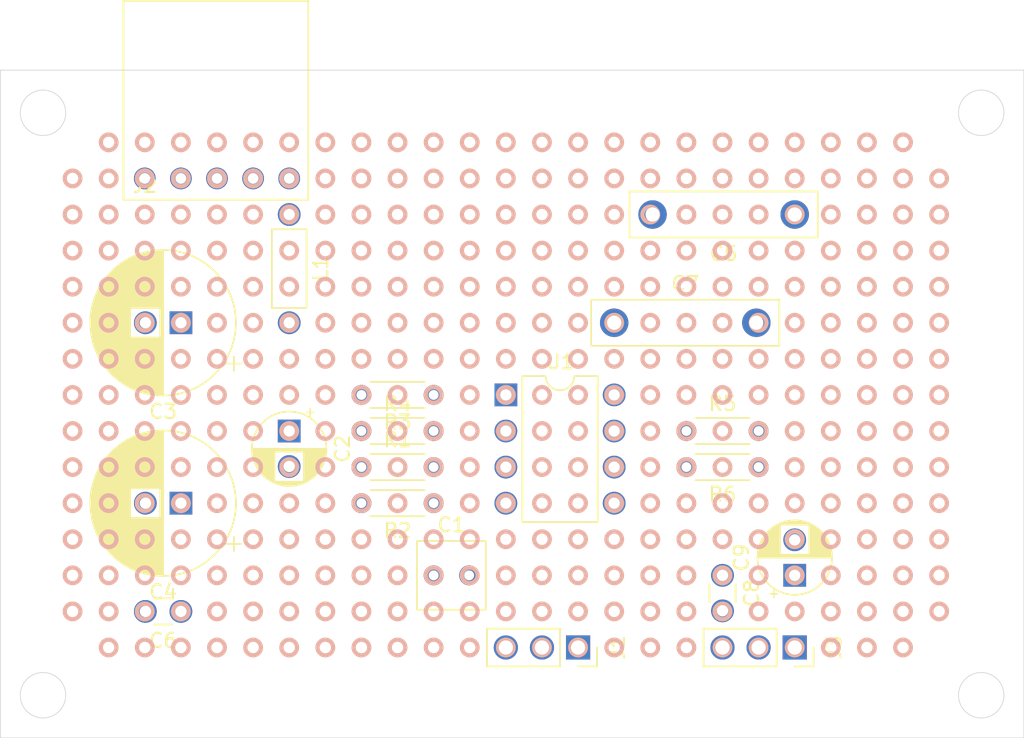
<source format=kicad_pcb>
(kicad_pcb (version 20171130) (host pcbnew "(5.1.5)-3")

  (general
    (thickness 1.6)
    (drawings 379)
    (tracks 0)
    (zones 0)
    (modules 20)
    (nets 16)
  )

  (page A4)
  (layers
    (0 F.Cu signal)
    (31 B.Cu signal)
    (32 B.Adhes user hide)
    (33 F.Adhes user hide)
    (34 B.Paste user hide)
    (35 F.Paste user hide)
    (36 B.SilkS user)
    (37 F.SilkS user)
    (38 B.Mask user hide)
    (39 F.Mask user hide)
    (40 Dwgs.User user hide)
    (41 Cmts.User user hide)
    (42 Eco1.User user hide)
    (43 Eco2.User user hide)
    (44 Edge.Cuts user)
    (45 Margin user hide)
    (46 B.CrtYd user hide)
    (47 F.CrtYd user hide)
    (48 B.Fab user hide)
    (49 F.Fab user hide)
  )

  (setup
    (last_trace_width 0.25)
    (user_trace_width 0.25)
    (user_trace_width 0.5)
    (trace_clearance 0.01)
    (zone_clearance 0.508)
    (zone_45_only no)
    (trace_min 0.25)
    (via_size 0.25)
    (via_drill 0.2)
    (via_min_size 0.25)
    (via_min_drill 0.2)
    (uvia_size 0.2)
    (uvia_drill 0.1)
    (uvias_allowed no)
    (uvia_min_size 0.2)
    (uvia_min_drill 0.1)
    (edge_width 0.05)
    (segment_width 0.2)
    (pcb_text_width 0.3)
    (pcb_text_size 1.5 1.5)
    (mod_edge_width 0.12)
    (mod_text_size 1 1)
    (mod_text_width 0.15)
    (pad_size 1.524 1.524)
    (pad_drill 0.762)
    (pad_to_mask_clearance 0.051)
    (solder_mask_min_width 0.25)
    (aux_axis_origin 0 0)
    (grid_origin 30 30)
    (visible_elements 7FFFFFFF)
    (pcbplotparams
      (layerselection 0x010fc_ffffffff)
      (usegerberextensions false)
      (usegerberattributes false)
      (usegerberadvancedattributes false)
      (creategerberjobfile false)
      (excludeedgelayer true)
      (linewidth 0.100000)
      (plotframeref false)
      (viasonmask false)
      (mode 1)
      (useauxorigin false)
      (hpglpennumber 1)
      (hpglpenspeed 20)
      (hpglpendiameter 15.000000)
      (psnegative false)
      (psa4output false)
      (plotreference true)
      (plotvalue true)
      (plotinvisibletext false)
      (padsonsilk false)
      (subtractmaskfromsilk false)
      (outputformat 1)
      (mirror false)
      (drillshape 1)
      (scaleselection 1)
      (outputdirectory ""))
  )

  (net 0 "")
  (net 1 "Net-(C1-Pad1)")
  (net 2 "Net-(C1-Pad2)")
  (net 3 GND)
  (net 4 "Net-(C2-Pad1)")
  (net 5 VCC)
  (net 6 "Net-(C5-Pad1)")
  (net 7 "Net-(C7-Pad1)")
  (net 8 "Net-(C7-Pad2)")
  (net 9 "Net-(C9-Pad2)")
  (net 10 "Net-(J2-Pad1)")
  (net 11 "Net-(J2-Pad2)")
  (net 12 "Net-(J2-Pad3)")
  (net 13 "Net-(J2-Pad4)")
  (net 14 "Net-(R3-Pad1)")
  (net 15 "Net-(R4-Pad1)")

  (net_class Default "これはデフォルトのネット クラスです。"
    (clearance 0.01)
    (trace_width 0.25)
    (via_dia 0.25)
    (via_drill 0.2)
    (uvia_dia 0.2)
    (uvia_drill 0.1)
    (diff_pair_width 0.25)
    (diff_pair_gap 0.25)
    (add_net GND)
    (add_net "Net-(C1-Pad1)")
    (add_net "Net-(C1-Pad2)")
    (add_net "Net-(C2-Pad1)")
    (add_net "Net-(C5-Pad1)")
    (add_net "Net-(C7-Pad1)")
    (add_net "Net-(C7-Pad2)")
    (add_net "Net-(C9-Pad2)")
    (add_net "Net-(J2-Pad1)")
    (add_net "Net-(J2-Pad2)")
    (add_net "Net-(J2-Pad3)")
    (add_net "Net-(J2-Pad4)")
    (add_net "Net-(R3-Pad1)")
    (add_net "Net-(R4-Pad1)")
    (add_net VCC)
  )

  (module Capacitor_THT:C_Rect_L4.6mm_W4.6mm_P2.50mm_MKS02_FKP02 (layer F.Cu) (tedit 5AE50EF0) (tstamp 5F83C954)
    (at 60.48 65.56)
    (descr "C, Rect series, Radial, pin pitch=2.50mm, , length*width=4.6*4.6mm^2, Capacitor, http://www.wima.de/DE/WIMA_MKS_02.pdf")
    (tags "C Rect series Radial pin pitch 2.50mm  length 4.6mm width 4.6mm Capacitor")
    (path /5EFD7305)
    (fp_text reference C1 (at 1.25 -3.55) (layer F.SilkS)
      (effects (font (size 1 1) (thickness 0.15)))
    )
    (fp_text value 100u (at 1.25 3.55) (layer F.Fab)
      (effects (font (size 1 1) (thickness 0.15)))
    )
    (fp_line (start -1.05 -2.3) (end -1.05 2.3) (layer F.Fab) (width 0.1))
    (fp_line (start -1.05 2.3) (end 3.55 2.3) (layer F.Fab) (width 0.1))
    (fp_line (start 3.55 2.3) (end 3.55 -2.3) (layer F.Fab) (width 0.1))
    (fp_line (start 3.55 -2.3) (end -1.05 -2.3) (layer F.Fab) (width 0.1))
    (fp_line (start -1.17 -2.42) (end 3.67 -2.42) (layer F.SilkS) (width 0.12))
    (fp_line (start -1.17 2.42) (end 3.67 2.42) (layer F.SilkS) (width 0.12))
    (fp_line (start -1.17 -2.42) (end -1.17 2.42) (layer F.SilkS) (width 0.12))
    (fp_line (start 3.67 -2.42) (end 3.67 2.42) (layer F.SilkS) (width 0.12))
    (fp_line (start -1.3 -2.55) (end -1.3 2.55) (layer F.CrtYd) (width 0.05))
    (fp_line (start -1.3 2.55) (end 3.8 2.55) (layer F.CrtYd) (width 0.05))
    (fp_line (start 3.8 2.55) (end 3.8 -2.55) (layer F.CrtYd) (width 0.05))
    (fp_line (start 3.8 -2.55) (end -1.3 -2.55) (layer F.CrtYd) (width 0.05))
    (fp_text user %R (at 1.25 0) (layer F.Fab)
      (effects (font (size 0.92 0.92) (thickness 0.138)))
    )
    (pad 1 thru_hole circle (at 0 0) (size 1.4 1.4) (drill 0.7) (layers *.Cu *.Mask)
      (net 1 "Net-(C1-Pad1)"))
    (pad 2 thru_hole circle (at 2.5 0) (size 1.4 1.4) (drill 0.7) (layers *.Cu *.Mask)
      (net 2 "Net-(C1-Pad2)"))
    (model ${KISYS3DMOD}/Capacitor_THT.3dshapes/C_Rect_L4.6mm_W4.6mm_P2.50mm_MKS02_FKP02.wrl
      (at (xyz 0 0 0))
      (scale (xyz 1 1 1))
      (rotate (xyz 0 0 0))
    )
  )

  (module Capacitor_THT:CP_Radial_D5.0mm_P2.50mm (layer F.Cu) (tedit 5AE50EF0) (tstamp 5F83C9D8)
    (at 50.32 55.4 270)
    (descr "CP, Radial series, Radial, pin pitch=2.50mm, , diameter=5mm, Electrolytic Capacitor")
    (tags "CP Radial series Radial pin pitch 2.50mm  diameter 5mm Electrolytic Capacitor")
    (path /5EFDCD4F)
    (fp_text reference C2 (at 1.25 -3.75 90) (layer F.SilkS)
      (effects (font (size 1 1) (thickness 0.15)))
    )
    (fp_text value 10u (at 1.25 3.75 90) (layer F.Fab)
      (effects (font (size 1 1) (thickness 0.15)))
    )
    (fp_text user %R (at 1.25 0 90) (layer F.Fab)
      (effects (font (size 1 1) (thickness 0.15)))
    )
    (fp_line (start -1.304775 -1.725) (end -1.304775 -1.225) (layer F.SilkS) (width 0.12))
    (fp_line (start -1.554775 -1.475) (end -1.054775 -1.475) (layer F.SilkS) (width 0.12))
    (fp_line (start 3.851 -0.284) (end 3.851 0.284) (layer F.SilkS) (width 0.12))
    (fp_line (start 3.811 -0.518) (end 3.811 0.518) (layer F.SilkS) (width 0.12))
    (fp_line (start 3.771 -0.677) (end 3.771 0.677) (layer F.SilkS) (width 0.12))
    (fp_line (start 3.731 -0.805) (end 3.731 0.805) (layer F.SilkS) (width 0.12))
    (fp_line (start 3.691 -0.915) (end 3.691 0.915) (layer F.SilkS) (width 0.12))
    (fp_line (start 3.651 -1.011) (end 3.651 1.011) (layer F.SilkS) (width 0.12))
    (fp_line (start 3.611 -1.098) (end 3.611 1.098) (layer F.SilkS) (width 0.12))
    (fp_line (start 3.571 -1.178) (end 3.571 1.178) (layer F.SilkS) (width 0.12))
    (fp_line (start 3.531 1.04) (end 3.531 1.251) (layer F.SilkS) (width 0.12))
    (fp_line (start 3.531 -1.251) (end 3.531 -1.04) (layer F.SilkS) (width 0.12))
    (fp_line (start 3.491 1.04) (end 3.491 1.319) (layer F.SilkS) (width 0.12))
    (fp_line (start 3.491 -1.319) (end 3.491 -1.04) (layer F.SilkS) (width 0.12))
    (fp_line (start 3.451 1.04) (end 3.451 1.383) (layer F.SilkS) (width 0.12))
    (fp_line (start 3.451 -1.383) (end 3.451 -1.04) (layer F.SilkS) (width 0.12))
    (fp_line (start 3.411 1.04) (end 3.411 1.443) (layer F.SilkS) (width 0.12))
    (fp_line (start 3.411 -1.443) (end 3.411 -1.04) (layer F.SilkS) (width 0.12))
    (fp_line (start 3.371 1.04) (end 3.371 1.5) (layer F.SilkS) (width 0.12))
    (fp_line (start 3.371 -1.5) (end 3.371 -1.04) (layer F.SilkS) (width 0.12))
    (fp_line (start 3.331 1.04) (end 3.331 1.554) (layer F.SilkS) (width 0.12))
    (fp_line (start 3.331 -1.554) (end 3.331 -1.04) (layer F.SilkS) (width 0.12))
    (fp_line (start 3.291 1.04) (end 3.291 1.605) (layer F.SilkS) (width 0.12))
    (fp_line (start 3.291 -1.605) (end 3.291 -1.04) (layer F.SilkS) (width 0.12))
    (fp_line (start 3.251 1.04) (end 3.251 1.653) (layer F.SilkS) (width 0.12))
    (fp_line (start 3.251 -1.653) (end 3.251 -1.04) (layer F.SilkS) (width 0.12))
    (fp_line (start 3.211 1.04) (end 3.211 1.699) (layer F.SilkS) (width 0.12))
    (fp_line (start 3.211 -1.699) (end 3.211 -1.04) (layer F.SilkS) (width 0.12))
    (fp_line (start 3.171 1.04) (end 3.171 1.743) (layer F.SilkS) (width 0.12))
    (fp_line (start 3.171 -1.743) (end 3.171 -1.04) (layer F.SilkS) (width 0.12))
    (fp_line (start 3.131 1.04) (end 3.131 1.785) (layer F.SilkS) (width 0.12))
    (fp_line (start 3.131 -1.785) (end 3.131 -1.04) (layer F.SilkS) (width 0.12))
    (fp_line (start 3.091 1.04) (end 3.091 1.826) (layer F.SilkS) (width 0.12))
    (fp_line (start 3.091 -1.826) (end 3.091 -1.04) (layer F.SilkS) (width 0.12))
    (fp_line (start 3.051 1.04) (end 3.051 1.864) (layer F.SilkS) (width 0.12))
    (fp_line (start 3.051 -1.864) (end 3.051 -1.04) (layer F.SilkS) (width 0.12))
    (fp_line (start 3.011 1.04) (end 3.011 1.901) (layer F.SilkS) (width 0.12))
    (fp_line (start 3.011 -1.901) (end 3.011 -1.04) (layer F.SilkS) (width 0.12))
    (fp_line (start 2.971 1.04) (end 2.971 1.937) (layer F.SilkS) (width 0.12))
    (fp_line (start 2.971 -1.937) (end 2.971 -1.04) (layer F.SilkS) (width 0.12))
    (fp_line (start 2.931 1.04) (end 2.931 1.971) (layer F.SilkS) (width 0.12))
    (fp_line (start 2.931 -1.971) (end 2.931 -1.04) (layer F.SilkS) (width 0.12))
    (fp_line (start 2.891 1.04) (end 2.891 2.004) (layer F.SilkS) (width 0.12))
    (fp_line (start 2.891 -2.004) (end 2.891 -1.04) (layer F.SilkS) (width 0.12))
    (fp_line (start 2.851 1.04) (end 2.851 2.035) (layer F.SilkS) (width 0.12))
    (fp_line (start 2.851 -2.035) (end 2.851 -1.04) (layer F.SilkS) (width 0.12))
    (fp_line (start 2.811 1.04) (end 2.811 2.065) (layer F.SilkS) (width 0.12))
    (fp_line (start 2.811 -2.065) (end 2.811 -1.04) (layer F.SilkS) (width 0.12))
    (fp_line (start 2.771 1.04) (end 2.771 2.095) (layer F.SilkS) (width 0.12))
    (fp_line (start 2.771 -2.095) (end 2.771 -1.04) (layer F.SilkS) (width 0.12))
    (fp_line (start 2.731 1.04) (end 2.731 2.122) (layer F.SilkS) (width 0.12))
    (fp_line (start 2.731 -2.122) (end 2.731 -1.04) (layer F.SilkS) (width 0.12))
    (fp_line (start 2.691 1.04) (end 2.691 2.149) (layer F.SilkS) (width 0.12))
    (fp_line (start 2.691 -2.149) (end 2.691 -1.04) (layer F.SilkS) (width 0.12))
    (fp_line (start 2.651 1.04) (end 2.651 2.175) (layer F.SilkS) (width 0.12))
    (fp_line (start 2.651 -2.175) (end 2.651 -1.04) (layer F.SilkS) (width 0.12))
    (fp_line (start 2.611 1.04) (end 2.611 2.2) (layer F.SilkS) (width 0.12))
    (fp_line (start 2.611 -2.2) (end 2.611 -1.04) (layer F.SilkS) (width 0.12))
    (fp_line (start 2.571 1.04) (end 2.571 2.224) (layer F.SilkS) (width 0.12))
    (fp_line (start 2.571 -2.224) (end 2.571 -1.04) (layer F.SilkS) (width 0.12))
    (fp_line (start 2.531 1.04) (end 2.531 2.247) (layer F.SilkS) (width 0.12))
    (fp_line (start 2.531 -2.247) (end 2.531 -1.04) (layer F.SilkS) (width 0.12))
    (fp_line (start 2.491 1.04) (end 2.491 2.268) (layer F.SilkS) (width 0.12))
    (fp_line (start 2.491 -2.268) (end 2.491 -1.04) (layer F.SilkS) (width 0.12))
    (fp_line (start 2.451 1.04) (end 2.451 2.29) (layer F.SilkS) (width 0.12))
    (fp_line (start 2.451 -2.29) (end 2.451 -1.04) (layer F.SilkS) (width 0.12))
    (fp_line (start 2.411 1.04) (end 2.411 2.31) (layer F.SilkS) (width 0.12))
    (fp_line (start 2.411 -2.31) (end 2.411 -1.04) (layer F.SilkS) (width 0.12))
    (fp_line (start 2.371 1.04) (end 2.371 2.329) (layer F.SilkS) (width 0.12))
    (fp_line (start 2.371 -2.329) (end 2.371 -1.04) (layer F.SilkS) (width 0.12))
    (fp_line (start 2.331 1.04) (end 2.331 2.348) (layer F.SilkS) (width 0.12))
    (fp_line (start 2.331 -2.348) (end 2.331 -1.04) (layer F.SilkS) (width 0.12))
    (fp_line (start 2.291 1.04) (end 2.291 2.365) (layer F.SilkS) (width 0.12))
    (fp_line (start 2.291 -2.365) (end 2.291 -1.04) (layer F.SilkS) (width 0.12))
    (fp_line (start 2.251 1.04) (end 2.251 2.382) (layer F.SilkS) (width 0.12))
    (fp_line (start 2.251 -2.382) (end 2.251 -1.04) (layer F.SilkS) (width 0.12))
    (fp_line (start 2.211 1.04) (end 2.211 2.398) (layer F.SilkS) (width 0.12))
    (fp_line (start 2.211 -2.398) (end 2.211 -1.04) (layer F.SilkS) (width 0.12))
    (fp_line (start 2.171 1.04) (end 2.171 2.414) (layer F.SilkS) (width 0.12))
    (fp_line (start 2.171 -2.414) (end 2.171 -1.04) (layer F.SilkS) (width 0.12))
    (fp_line (start 2.131 1.04) (end 2.131 2.428) (layer F.SilkS) (width 0.12))
    (fp_line (start 2.131 -2.428) (end 2.131 -1.04) (layer F.SilkS) (width 0.12))
    (fp_line (start 2.091 1.04) (end 2.091 2.442) (layer F.SilkS) (width 0.12))
    (fp_line (start 2.091 -2.442) (end 2.091 -1.04) (layer F.SilkS) (width 0.12))
    (fp_line (start 2.051 1.04) (end 2.051 2.455) (layer F.SilkS) (width 0.12))
    (fp_line (start 2.051 -2.455) (end 2.051 -1.04) (layer F.SilkS) (width 0.12))
    (fp_line (start 2.011 1.04) (end 2.011 2.468) (layer F.SilkS) (width 0.12))
    (fp_line (start 2.011 -2.468) (end 2.011 -1.04) (layer F.SilkS) (width 0.12))
    (fp_line (start 1.971 1.04) (end 1.971 2.48) (layer F.SilkS) (width 0.12))
    (fp_line (start 1.971 -2.48) (end 1.971 -1.04) (layer F.SilkS) (width 0.12))
    (fp_line (start 1.93 1.04) (end 1.93 2.491) (layer F.SilkS) (width 0.12))
    (fp_line (start 1.93 -2.491) (end 1.93 -1.04) (layer F.SilkS) (width 0.12))
    (fp_line (start 1.89 1.04) (end 1.89 2.501) (layer F.SilkS) (width 0.12))
    (fp_line (start 1.89 -2.501) (end 1.89 -1.04) (layer F.SilkS) (width 0.12))
    (fp_line (start 1.85 1.04) (end 1.85 2.511) (layer F.SilkS) (width 0.12))
    (fp_line (start 1.85 -2.511) (end 1.85 -1.04) (layer F.SilkS) (width 0.12))
    (fp_line (start 1.81 1.04) (end 1.81 2.52) (layer F.SilkS) (width 0.12))
    (fp_line (start 1.81 -2.52) (end 1.81 -1.04) (layer F.SilkS) (width 0.12))
    (fp_line (start 1.77 1.04) (end 1.77 2.528) (layer F.SilkS) (width 0.12))
    (fp_line (start 1.77 -2.528) (end 1.77 -1.04) (layer F.SilkS) (width 0.12))
    (fp_line (start 1.73 1.04) (end 1.73 2.536) (layer F.SilkS) (width 0.12))
    (fp_line (start 1.73 -2.536) (end 1.73 -1.04) (layer F.SilkS) (width 0.12))
    (fp_line (start 1.69 1.04) (end 1.69 2.543) (layer F.SilkS) (width 0.12))
    (fp_line (start 1.69 -2.543) (end 1.69 -1.04) (layer F.SilkS) (width 0.12))
    (fp_line (start 1.65 1.04) (end 1.65 2.55) (layer F.SilkS) (width 0.12))
    (fp_line (start 1.65 -2.55) (end 1.65 -1.04) (layer F.SilkS) (width 0.12))
    (fp_line (start 1.61 1.04) (end 1.61 2.556) (layer F.SilkS) (width 0.12))
    (fp_line (start 1.61 -2.556) (end 1.61 -1.04) (layer F.SilkS) (width 0.12))
    (fp_line (start 1.57 1.04) (end 1.57 2.561) (layer F.SilkS) (width 0.12))
    (fp_line (start 1.57 -2.561) (end 1.57 -1.04) (layer F.SilkS) (width 0.12))
    (fp_line (start 1.53 1.04) (end 1.53 2.565) (layer F.SilkS) (width 0.12))
    (fp_line (start 1.53 -2.565) (end 1.53 -1.04) (layer F.SilkS) (width 0.12))
    (fp_line (start 1.49 1.04) (end 1.49 2.569) (layer F.SilkS) (width 0.12))
    (fp_line (start 1.49 -2.569) (end 1.49 -1.04) (layer F.SilkS) (width 0.12))
    (fp_line (start 1.45 -2.573) (end 1.45 2.573) (layer F.SilkS) (width 0.12))
    (fp_line (start 1.41 -2.576) (end 1.41 2.576) (layer F.SilkS) (width 0.12))
    (fp_line (start 1.37 -2.578) (end 1.37 2.578) (layer F.SilkS) (width 0.12))
    (fp_line (start 1.33 -2.579) (end 1.33 2.579) (layer F.SilkS) (width 0.12))
    (fp_line (start 1.29 -2.58) (end 1.29 2.58) (layer F.SilkS) (width 0.12))
    (fp_line (start 1.25 -2.58) (end 1.25 2.58) (layer F.SilkS) (width 0.12))
    (fp_line (start -0.633605 -1.3375) (end -0.633605 -0.8375) (layer F.Fab) (width 0.1))
    (fp_line (start -0.883605 -1.0875) (end -0.383605 -1.0875) (layer F.Fab) (width 0.1))
    (fp_circle (center 1.25 0) (end 4 0) (layer F.CrtYd) (width 0.05))
    (fp_circle (center 1.25 0) (end 3.87 0) (layer F.SilkS) (width 0.12))
    (fp_circle (center 1.25 0) (end 3.75 0) (layer F.Fab) (width 0.1))
    (pad 2 thru_hole circle (at 2.5 0 270) (size 1.6 1.6) (drill 0.8) (layers *.Cu *.Mask)
      (net 3 GND))
    (pad 1 thru_hole rect (at 0 0 270) (size 1.6 1.6) (drill 0.8) (layers *.Cu *.Mask)
      (net 4 "Net-(C2-Pad1)"))
    (model ${KISYS3DMOD}/Capacitor_THT.3dshapes/CP_Radial_D5.0mm_P2.50mm.wrl
      (at (xyz 0 0 0))
      (scale (xyz 1 1 1))
      (rotate (xyz 0 0 0))
    )
  )

  (module Capacitor_THT:CP_Radial_D10.0mm_P2.50mm (layer F.Cu) (tedit 5AE50EF1) (tstamp 5F83CA9A)
    (at 42.7 47.78 180)
    (descr "CP, Radial series, Radial, pin pitch=2.50mm, , diameter=10mm, Electrolytic Capacitor")
    (tags "CP Radial series Radial pin pitch 2.50mm  diameter 10mm Electrolytic Capacitor")
    (path /5F841124)
    (fp_text reference C3 (at 1.25 -6.25) (layer F.SilkS)
      (effects (font (size 1 1) (thickness 0.15)))
    )
    (fp_text value 3300u (at 1.25 6.25) (layer F.Fab)
      (effects (font (size 1 1) (thickness 0.15)))
    )
    (fp_circle (center 1.25 0) (end 6.25 0) (layer F.Fab) (width 0.1))
    (fp_circle (center 1.25 0) (end 6.37 0) (layer F.SilkS) (width 0.12))
    (fp_circle (center 1.25 0) (end 6.5 0) (layer F.CrtYd) (width 0.05))
    (fp_line (start -3.038861 -2.1875) (end -2.038861 -2.1875) (layer F.Fab) (width 0.1))
    (fp_line (start -2.538861 -2.6875) (end -2.538861 -1.6875) (layer F.Fab) (width 0.1))
    (fp_line (start 1.25 -5.08) (end 1.25 5.08) (layer F.SilkS) (width 0.12))
    (fp_line (start 1.29 -5.08) (end 1.29 5.08) (layer F.SilkS) (width 0.12))
    (fp_line (start 1.33 -5.08) (end 1.33 5.08) (layer F.SilkS) (width 0.12))
    (fp_line (start 1.37 -5.079) (end 1.37 5.079) (layer F.SilkS) (width 0.12))
    (fp_line (start 1.41 -5.078) (end 1.41 5.078) (layer F.SilkS) (width 0.12))
    (fp_line (start 1.45 -5.077) (end 1.45 5.077) (layer F.SilkS) (width 0.12))
    (fp_line (start 1.49 -5.075) (end 1.49 -1.04) (layer F.SilkS) (width 0.12))
    (fp_line (start 1.49 1.04) (end 1.49 5.075) (layer F.SilkS) (width 0.12))
    (fp_line (start 1.53 -5.073) (end 1.53 -1.04) (layer F.SilkS) (width 0.12))
    (fp_line (start 1.53 1.04) (end 1.53 5.073) (layer F.SilkS) (width 0.12))
    (fp_line (start 1.57 -5.07) (end 1.57 -1.04) (layer F.SilkS) (width 0.12))
    (fp_line (start 1.57 1.04) (end 1.57 5.07) (layer F.SilkS) (width 0.12))
    (fp_line (start 1.61 -5.068) (end 1.61 -1.04) (layer F.SilkS) (width 0.12))
    (fp_line (start 1.61 1.04) (end 1.61 5.068) (layer F.SilkS) (width 0.12))
    (fp_line (start 1.65 -5.065) (end 1.65 -1.04) (layer F.SilkS) (width 0.12))
    (fp_line (start 1.65 1.04) (end 1.65 5.065) (layer F.SilkS) (width 0.12))
    (fp_line (start 1.69 -5.062) (end 1.69 -1.04) (layer F.SilkS) (width 0.12))
    (fp_line (start 1.69 1.04) (end 1.69 5.062) (layer F.SilkS) (width 0.12))
    (fp_line (start 1.73 -5.058) (end 1.73 -1.04) (layer F.SilkS) (width 0.12))
    (fp_line (start 1.73 1.04) (end 1.73 5.058) (layer F.SilkS) (width 0.12))
    (fp_line (start 1.77 -5.054) (end 1.77 -1.04) (layer F.SilkS) (width 0.12))
    (fp_line (start 1.77 1.04) (end 1.77 5.054) (layer F.SilkS) (width 0.12))
    (fp_line (start 1.81 -5.05) (end 1.81 -1.04) (layer F.SilkS) (width 0.12))
    (fp_line (start 1.81 1.04) (end 1.81 5.05) (layer F.SilkS) (width 0.12))
    (fp_line (start 1.85 -5.045) (end 1.85 -1.04) (layer F.SilkS) (width 0.12))
    (fp_line (start 1.85 1.04) (end 1.85 5.045) (layer F.SilkS) (width 0.12))
    (fp_line (start 1.89 -5.04) (end 1.89 -1.04) (layer F.SilkS) (width 0.12))
    (fp_line (start 1.89 1.04) (end 1.89 5.04) (layer F.SilkS) (width 0.12))
    (fp_line (start 1.93 -5.035) (end 1.93 -1.04) (layer F.SilkS) (width 0.12))
    (fp_line (start 1.93 1.04) (end 1.93 5.035) (layer F.SilkS) (width 0.12))
    (fp_line (start 1.971 -5.03) (end 1.971 -1.04) (layer F.SilkS) (width 0.12))
    (fp_line (start 1.971 1.04) (end 1.971 5.03) (layer F.SilkS) (width 0.12))
    (fp_line (start 2.011 -5.024) (end 2.011 -1.04) (layer F.SilkS) (width 0.12))
    (fp_line (start 2.011 1.04) (end 2.011 5.024) (layer F.SilkS) (width 0.12))
    (fp_line (start 2.051 -5.018) (end 2.051 -1.04) (layer F.SilkS) (width 0.12))
    (fp_line (start 2.051 1.04) (end 2.051 5.018) (layer F.SilkS) (width 0.12))
    (fp_line (start 2.091 -5.011) (end 2.091 -1.04) (layer F.SilkS) (width 0.12))
    (fp_line (start 2.091 1.04) (end 2.091 5.011) (layer F.SilkS) (width 0.12))
    (fp_line (start 2.131 -5.004) (end 2.131 -1.04) (layer F.SilkS) (width 0.12))
    (fp_line (start 2.131 1.04) (end 2.131 5.004) (layer F.SilkS) (width 0.12))
    (fp_line (start 2.171 -4.997) (end 2.171 -1.04) (layer F.SilkS) (width 0.12))
    (fp_line (start 2.171 1.04) (end 2.171 4.997) (layer F.SilkS) (width 0.12))
    (fp_line (start 2.211 -4.99) (end 2.211 -1.04) (layer F.SilkS) (width 0.12))
    (fp_line (start 2.211 1.04) (end 2.211 4.99) (layer F.SilkS) (width 0.12))
    (fp_line (start 2.251 -4.982) (end 2.251 -1.04) (layer F.SilkS) (width 0.12))
    (fp_line (start 2.251 1.04) (end 2.251 4.982) (layer F.SilkS) (width 0.12))
    (fp_line (start 2.291 -4.974) (end 2.291 -1.04) (layer F.SilkS) (width 0.12))
    (fp_line (start 2.291 1.04) (end 2.291 4.974) (layer F.SilkS) (width 0.12))
    (fp_line (start 2.331 -4.965) (end 2.331 -1.04) (layer F.SilkS) (width 0.12))
    (fp_line (start 2.331 1.04) (end 2.331 4.965) (layer F.SilkS) (width 0.12))
    (fp_line (start 2.371 -4.956) (end 2.371 -1.04) (layer F.SilkS) (width 0.12))
    (fp_line (start 2.371 1.04) (end 2.371 4.956) (layer F.SilkS) (width 0.12))
    (fp_line (start 2.411 -4.947) (end 2.411 -1.04) (layer F.SilkS) (width 0.12))
    (fp_line (start 2.411 1.04) (end 2.411 4.947) (layer F.SilkS) (width 0.12))
    (fp_line (start 2.451 -4.938) (end 2.451 -1.04) (layer F.SilkS) (width 0.12))
    (fp_line (start 2.451 1.04) (end 2.451 4.938) (layer F.SilkS) (width 0.12))
    (fp_line (start 2.491 -4.928) (end 2.491 -1.04) (layer F.SilkS) (width 0.12))
    (fp_line (start 2.491 1.04) (end 2.491 4.928) (layer F.SilkS) (width 0.12))
    (fp_line (start 2.531 -4.918) (end 2.531 -1.04) (layer F.SilkS) (width 0.12))
    (fp_line (start 2.531 1.04) (end 2.531 4.918) (layer F.SilkS) (width 0.12))
    (fp_line (start 2.571 -4.907) (end 2.571 -1.04) (layer F.SilkS) (width 0.12))
    (fp_line (start 2.571 1.04) (end 2.571 4.907) (layer F.SilkS) (width 0.12))
    (fp_line (start 2.611 -4.897) (end 2.611 -1.04) (layer F.SilkS) (width 0.12))
    (fp_line (start 2.611 1.04) (end 2.611 4.897) (layer F.SilkS) (width 0.12))
    (fp_line (start 2.651 -4.885) (end 2.651 -1.04) (layer F.SilkS) (width 0.12))
    (fp_line (start 2.651 1.04) (end 2.651 4.885) (layer F.SilkS) (width 0.12))
    (fp_line (start 2.691 -4.874) (end 2.691 -1.04) (layer F.SilkS) (width 0.12))
    (fp_line (start 2.691 1.04) (end 2.691 4.874) (layer F.SilkS) (width 0.12))
    (fp_line (start 2.731 -4.862) (end 2.731 -1.04) (layer F.SilkS) (width 0.12))
    (fp_line (start 2.731 1.04) (end 2.731 4.862) (layer F.SilkS) (width 0.12))
    (fp_line (start 2.771 -4.85) (end 2.771 -1.04) (layer F.SilkS) (width 0.12))
    (fp_line (start 2.771 1.04) (end 2.771 4.85) (layer F.SilkS) (width 0.12))
    (fp_line (start 2.811 -4.837) (end 2.811 -1.04) (layer F.SilkS) (width 0.12))
    (fp_line (start 2.811 1.04) (end 2.811 4.837) (layer F.SilkS) (width 0.12))
    (fp_line (start 2.851 -4.824) (end 2.851 -1.04) (layer F.SilkS) (width 0.12))
    (fp_line (start 2.851 1.04) (end 2.851 4.824) (layer F.SilkS) (width 0.12))
    (fp_line (start 2.891 -4.811) (end 2.891 -1.04) (layer F.SilkS) (width 0.12))
    (fp_line (start 2.891 1.04) (end 2.891 4.811) (layer F.SilkS) (width 0.12))
    (fp_line (start 2.931 -4.797) (end 2.931 -1.04) (layer F.SilkS) (width 0.12))
    (fp_line (start 2.931 1.04) (end 2.931 4.797) (layer F.SilkS) (width 0.12))
    (fp_line (start 2.971 -4.783) (end 2.971 -1.04) (layer F.SilkS) (width 0.12))
    (fp_line (start 2.971 1.04) (end 2.971 4.783) (layer F.SilkS) (width 0.12))
    (fp_line (start 3.011 -4.768) (end 3.011 -1.04) (layer F.SilkS) (width 0.12))
    (fp_line (start 3.011 1.04) (end 3.011 4.768) (layer F.SilkS) (width 0.12))
    (fp_line (start 3.051 -4.754) (end 3.051 -1.04) (layer F.SilkS) (width 0.12))
    (fp_line (start 3.051 1.04) (end 3.051 4.754) (layer F.SilkS) (width 0.12))
    (fp_line (start 3.091 -4.738) (end 3.091 -1.04) (layer F.SilkS) (width 0.12))
    (fp_line (start 3.091 1.04) (end 3.091 4.738) (layer F.SilkS) (width 0.12))
    (fp_line (start 3.131 -4.723) (end 3.131 -1.04) (layer F.SilkS) (width 0.12))
    (fp_line (start 3.131 1.04) (end 3.131 4.723) (layer F.SilkS) (width 0.12))
    (fp_line (start 3.171 -4.707) (end 3.171 -1.04) (layer F.SilkS) (width 0.12))
    (fp_line (start 3.171 1.04) (end 3.171 4.707) (layer F.SilkS) (width 0.12))
    (fp_line (start 3.211 -4.69) (end 3.211 -1.04) (layer F.SilkS) (width 0.12))
    (fp_line (start 3.211 1.04) (end 3.211 4.69) (layer F.SilkS) (width 0.12))
    (fp_line (start 3.251 -4.674) (end 3.251 -1.04) (layer F.SilkS) (width 0.12))
    (fp_line (start 3.251 1.04) (end 3.251 4.674) (layer F.SilkS) (width 0.12))
    (fp_line (start 3.291 -4.657) (end 3.291 -1.04) (layer F.SilkS) (width 0.12))
    (fp_line (start 3.291 1.04) (end 3.291 4.657) (layer F.SilkS) (width 0.12))
    (fp_line (start 3.331 -4.639) (end 3.331 -1.04) (layer F.SilkS) (width 0.12))
    (fp_line (start 3.331 1.04) (end 3.331 4.639) (layer F.SilkS) (width 0.12))
    (fp_line (start 3.371 -4.621) (end 3.371 -1.04) (layer F.SilkS) (width 0.12))
    (fp_line (start 3.371 1.04) (end 3.371 4.621) (layer F.SilkS) (width 0.12))
    (fp_line (start 3.411 -4.603) (end 3.411 -1.04) (layer F.SilkS) (width 0.12))
    (fp_line (start 3.411 1.04) (end 3.411 4.603) (layer F.SilkS) (width 0.12))
    (fp_line (start 3.451 -4.584) (end 3.451 -1.04) (layer F.SilkS) (width 0.12))
    (fp_line (start 3.451 1.04) (end 3.451 4.584) (layer F.SilkS) (width 0.12))
    (fp_line (start 3.491 -4.564) (end 3.491 -1.04) (layer F.SilkS) (width 0.12))
    (fp_line (start 3.491 1.04) (end 3.491 4.564) (layer F.SilkS) (width 0.12))
    (fp_line (start 3.531 -4.545) (end 3.531 -1.04) (layer F.SilkS) (width 0.12))
    (fp_line (start 3.531 1.04) (end 3.531 4.545) (layer F.SilkS) (width 0.12))
    (fp_line (start 3.571 -4.525) (end 3.571 4.525) (layer F.SilkS) (width 0.12))
    (fp_line (start 3.611 -4.504) (end 3.611 4.504) (layer F.SilkS) (width 0.12))
    (fp_line (start 3.651 -4.483) (end 3.651 4.483) (layer F.SilkS) (width 0.12))
    (fp_line (start 3.691 -4.462) (end 3.691 4.462) (layer F.SilkS) (width 0.12))
    (fp_line (start 3.731 -4.44) (end 3.731 4.44) (layer F.SilkS) (width 0.12))
    (fp_line (start 3.771 -4.417) (end 3.771 4.417) (layer F.SilkS) (width 0.12))
    (fp_line (start 3.811 -4.395) (end 3.811 4.395) (layer F.SilkS) (width 0.12))
    (fp_line (start 3.851 -4.371) (end 3.851 4.371) (layer F.SilkS) (width 0.12))
    (fp_line (start 3.891 -4.347) (end 3.891 4.347) (layer F.SilkS) (width 0.12))
    (fp_line (start 3.931 -4.323) (end 3.931 4.323) (layer F.SilkS) (width 0.12))
    (fp_line (start 3.971 -4.298) (end 3.971 4.298) (layer F.SilkS) (width 0.12))
    (fp_line (start 4.011 -4.273) (end 4.011 4.273) (layer F.SilkS) (width 0.12))
    (fp_line (start 4.051 -4.247) (end 4.051 4.247) (layer F.SilkS) (width 0.12))
    (fp_line (start 4.091 -4.221) (end 4.091 4.221) (layer F.SilkS) (width 0.12))
    (fp_line (start 4.131 -4.194) (end 4.131 4.194) (layer F.SilkS) (width 0.12))
    (fp_line (start 4.171 -4.166) (end 4.171 4.166) (layer F.SilkS) (width 0.12))
    (fp_line (start 4.211 -4.138) (end 4.211 4.138) (layer F.SilkS) (width 0.12))
    (fp_line (start 4.251 -4.11) (end 4.251 4.11) (layer F.SilkS) (width 0.12))
    (fp_line (start 4.291 -4.08) (end 4.291 4.08) (layer F.SilkS) (width 0.12))
    (fp_line (start 4.331 -4.05) (end 4.331 4.05) (layer F.SilkS) (width 0.12))
    (fp_line (start 4.371 -4.02) (end 4.371 4.02) (layer F.SilkS) (width 0.12))
    (fp_line (start 4.411 -3.989) (end 4.411 3.989) (layer F.SilkS) (width 0.12))
    (fp_line (start 4.451 -3.957) (end 4.451 3.957) (layer F.SilkS) (width 0.12))
    (fp_line (start 4.491 -3.925) (end 4.491 3.925) (layer F.SilkS) (width 0.12))
    (fp_line (start 4.531 -3.892) (end 4.531 3.892) (layer F.SilkS) (width 0.12))
    (fp_line (start 4.571 -3.858) (end 4.571 3.858) (layer F.SilkS) (width 0.12))
    (fp_line (start 4.611 -3.824) (end 4.611 3.824) (layer F.SilkS) (width 0.12))
    (fp_line (start 4.651 -3.789) (end 4.651 3.789) (layer F.SilkS) (width 0.12))
    (fp_line (start 4.691 -3.753) (end 4.691 3.753) (layer F.SilkS) (width 0.12))
    (fp_line (start 4.731 -3.716) (end 4.731 3.716) (layer F.SilkS) (width 0.12))
    (fp_line (start 4.771 -3.679) (end 4.771 3.679) (layer F.SilkS) (width 0.12))
    (fp_line (start 4.811 -3.64) (end 4.811 3.64) (layer F.SilkS) (width 0.12))
    (fp_line (start 4.851 -3.601) (end 4.851 3.601) (layer F.SilkS) (width 0.12))
    (fp_line (start 4.891 -3.561) (end 4.891 3.561) (layer F.SilkS) (width 0.12))
    (fp_line (start 4.931 -3.52) (end 4.931 3.52) (layer F.SilkS) (width 0.12))
    (fp_line (start 4.971 -3.478) (end 4.971 3.478) (layer F.SilkS) (width 0.12))
    (fp_line (start 5.011 -3.436) (end 5.011 3.436) (layer F.SilkS) (width 0.12))
    (fp_line (start 5.051 -3.392) (end 5.051 3.392) (layer F.SilkS) (width 0.12))
    (fp_line (start 5.091 -3.347) (end 5.091 3.347) (layer F.SilkS) (width 0.12))
    (fp_line (start 5.131 -3.301) (end 5.131 3.301) (layer F.SilkS) (width 0.12))
    (fp_line (start 5.171 -3.254) (end 5.171 3.254) (layer F.SilkS) (width 0.12))
    (fp_line (start 5.211 -3.206) (end 5.211 3.206) (layer F.SilkS) (width 0.12))
    (fp_line (start 5.251 -3.156) (end 5.251 3.156) (layer F.SilkS) (width 0.12))
    (fp_line (start 5.291 -3.106) (end 5.291 3.106) (layer F.SilkS) (width 0.12))
    (fp_line (start 5.331 -3.054) (end 5.331 3.054) (layer F.SilkS) (width 0.12))
    (fp_line (start 5.371 -3) (end 5.371 3) (layer F.SilkS) (width 0.12))
    (fp_line (start 5.411 -2.945) (end 5.411 2.945) (layer F.SilkS) (width 0.12))
    (fp_line (start 5.451 -2.889) (end 5.451 2.889) (layer F.SilkS) (width 0.12))
    (fp_line (start 5.491 -2.83) (end 5.491 2.83) (layer F.SilkS) (width 0.12))
    (fp_line (start 5.531 -2.77) (end 5.531 2.77) (layer F.SilkS) (width 0.12))
    (fp_line (start 5.571 -2.709) (end 5.571 2.709) (layer F.SilkS) (width 0.12))
    (fp_line (start 5.611 -2.645) (end 5.611 2.645) (layer F.SilkS) (width 0.12))
    (fp_line (start 5.651 -2.579) (end 5.651 2.579) (layer F.SilkS) (width 0.12))
    (fp_line (start 5.691 -2.51) (end 5.691 2.51) (layer F.SilkS) (width 0.12))
    (fp_line (start 5.731 -2.439) (end 5.731 2.439) (layer F.SilkS) (width 0.12))
    (fp_line (start 5.771 -2.365) (end 5.771 2.365) (layer F.SilkS) (width 0.12))
    (fp_line (start 5.811 -2.289) (end 5.811 2.289) (layer F.SilkS) (width 0.12))
    (fp_line (start 5.851 -2.209) (end 5.851 2.209) (layer F.SilkS) (width 0.12))
    (fp_line (start 5.891 -2.125) (end 5.891 2.125) (layer F.SilkS) (width 0.12))
    (fp_line (start 5.931 -2.037) (end 5.931 2.037) (layer F.SilkS) (width 0.12))
    (fp_line (start 5.971 -1.944) (end 5.971 1.944) (layer F.SilkS) (width 0.12))
    (fp_line (start 6.011 -1.846) (end 6.011 1.846) (layer F.SilkS) (width 0.12))
    (fp_line (start 6.051 -1.742) (end 6.051 1.742) (layer F.SilkS) (width 0.12))
    (fp_line (start 6.091 -1.63) (end 6.091 1.63) (layer F.SilkS) (width 0.12))
    (fp_line (start 6.131 -1.51) (end 6.131 1.51) (layer F.SilkS) (width 0.12))
    (fp_line (start 6.171 -1.378) (end 6.171 1.378) (layer F.SilkS) (width 0.12))
    (fp_line (start 6.211 -1.23) (end 6.211 1.23) (layer F.SilkS) (width 0.12))
    (fp_line (start 6.251 -1.062) (end 6.251 1.062) (layer F.SilkS) (width 0.12))
    (fp_line (start 6.291 -0.862) (end 6.291 0.862) (layer F.SilkS) (width 0.12))
    (fp_line (start 6.331 -0.599) (end 6.331 0.599) (layer F.SilkS) (width 0.12))
    (fp_line (start -4.229646 -2.875) (end -3.229646 -2.875) (layer F.SilkS) (width 0.12))
    (fp_line (start -3.729646 -3.375) (end -3.729646 -2.375) (layer F.SilkS) (width 0.12))
    (fp_text user %R (at 1.25 0) (layer F.Fab)
      (effects (font (size 1 1) (thickness 0.15)))
    )
    (pad 1 thru_hole rect (at 0 0 180) (size 1.6 1.6) (drill 0.8) (layers *.Cu *.Mask)
      (net 5 VCC))
    (pad 2 thru_hole circle (at 2.5 0 180) (size 1.6 1.6) (drill 0.8) (layers *.Cu *.Mask)
      (net 3 GND))
    (model ${KISYS3DMOD}/Capacitor_THT.3dshapes/CP_Radial_D10.0mm_P2.50mm.wrl
      (at (xyz 0 0 0))
      (scale (xyz 1 1 1))
      (rotate (xyz 0 0 0))
    )
  )

  (module Capacitor_THT:CP_Radial_D10.0mm_P2.50mm (layer F.Cu) (tedit 5AE50EF1) (tstamp 5F83CB5C)
    (at 42.7 60.48 180)
    (descr "CP, Radial series, Radial, pin pitch=2.50mm, , diameter=10mm, Electrolytic Capacitor")
    (tags "CP Radial series Radial pin pitch 2.50mm  diameter 10mm Electrolytic Capacitor")
    (path /5F8428F9)
    (fp_text reference C4 (at 1.25 -6.25) (layer F.SilkS)
      (effects (font (size 1 1) (thickness 0.15)))
    )
    (fp_text value 470u (at 1.25 6.25) (layer F.Fab)
      (effects (font (size 1 1) (thickness 0.15)))
    )
    (fp_text user %R (at 1.25 0) (layer F.Fab)
      (effects (font (size 1 1) (thickness 0.15)))
    )
    (fp_line (start -3.729646 -3.375) (end -3.729646 -2.375) (layer F.SilkS) (width 0.12))
    (fp_line (start -4.229646 -2.875) (end -3.229646 -2.875) (layer F.SilkS) (width 0.12))
    (fp_line (start 6.331 -0.599) (end 6.331 0.599) (layer F.SilkS) (width 0.12))
    (fp_line (start 6.291 -0.862) (end 6.291 0.862) (layer F.SilkS) (width 0.12))
    (fp_line (start 6.251 -1.062) (end 6.251 1.062) (layer F.SilkS) (width 0.12))
    (fp_line (start 6.211 -1.23) (end 6.211 1.23) (layer F.SilkS) (width 0.12))
    (fp_line (start 6.171 -1.378) (end 6.171 1.378) (layer F.SilkS) (width 0.12))
    (fp_line (start 6.131 -1.51) (end 6.131 1.51) (layer F.SilkS) (width 0.12))
    (fp_line (start 6.091 -1.63) (end 6.091 1.63) (layer F.SilkS) (width 0.12))
    (fp_line (start 6.051 -1.742) (end 6.051 1.742) (layer F.SilkS) (width 0.12))
    (fp_line (start 6.011 -1.846) (end 6.011 1.846) (layer F.SilkS) (width 0.12))
    (fp_line (start 5.971 -1.944) (end 5.971 1.944) (layer F.SilkS) (width 0.12))
    (fp_line (start 5.931 -2.037) (end 5.931 2.037) (layer F.SilkS) (width 0.12))
    (fp_line (start 5.891 -2.125) (end 5.891 2.125) (layer F.SilkS) (width 0.12))
    (fp_line (start 5.851 -2.209) (end 5.851 2.209) (layer F.SilkS) (width 0.12))
    (fp_line (start 5.811 -2.289) (end 5.811 2.289) (layer F.SilkS) (width 0.12))
    (fp_line (start 5.771 -2.365) (end 5.771 2.365) (layer F.SilkS) (width 0.12))
    (fp_line (start 5.731 -2.439) (end 5.731 2.439) (layer F.SilkS) (width 0.12))
    (fp_line (start 5.691 -2.51) (end 5.691 2.51) (layer F.SilkS) (width 0.12))
    (fp_line (start 5.651 -2.579) (end 5.651 2.579) (layer F.SilkS) (width 0.12))
    (fp_line (start 5.611 -2.645) (end 5.611 2.645) (layer F.SilkS) (width 0.12))
    (fp_line (start 5.571 -2.709) (end 5.571 2.709) (layer F.SilkS) (width 0.12))
    (fp_line (start 5.531 -2.77) (end 5.531 2.77) (layer F.SilkS) (width 0.12))
    (fp_line (start 5.491 -2.83) (end 5.491 2.83) (layer F.SilkS) (width 0.12))
    (fp_line (start 5.451 -2.889) (end 5.451 2.889) (layer F.SilkS) (width 0.12))
    (fp_line (start 5.411 -2.945) (end 5.411 2.945) (layer F.SilkS) (width 0.12))
    (fp_line (start 5.371 -3) (end 5.371 3) (layer F.SilkS) (width 0.12))
    (fp_line (start 5.331 -3.054) (end 5.331 3.054) (layer F.SilkS) (width 0.12))
    (fp_line (start 5.291 -3.106) (end 5.291 3.106) (layer F.SilkS) (width 0.12))
    (fp_line (start 5.251 -3.156) (end 5.251 3.156) (layer F.SilkS) (width 0.12))
    (fp_line (start 5.211 -3.206) (end 5.211 3.206) (layer F.SilkS) (width 0.12))
    (fp_line (start 5.171 -3.254) (end 5.171 3.254) (layer F.SilkS) (width 0.12))
    (fp_line (start 5.131 -3.301) (end 5.131 3.301) (layer F.SilkS) (width 0.12))
    (fp_line (start 5.091 -3.347) (end 5.091 3.347) (layer F.SilkS) (width 0.12))
    (fp_line (start 5.051 -3.392) (end 5.051 3.392) (layer F.SilkS) (width 0.12))
    (fp_line (start 5.011 -3.436) (end 5.011 3.436) (layer F.SilkS) (width 0.12))
    (fp_line (start 4.971 -3.478) (end 4.971 3.478) (layer F.SilkS) (width 0.12))
    (fp_line (start 4.931 -3.52) (end 4.931 3.52) (layer F.SilkS) (width 0.12))
    (fp_line (start 4.891 -3.561) (end 4.891 3.561) (layer F.SilkS) (width 0.12))
    (fp_line (start 4.851 -3.601) (end 4.851 3.601) (layer F.SilkS) (width 0.12))
    (fp_line (start 4.811 -3.64) (end 4.811 3.64) (layer F.SilkS) (width 0.12))
    (fp_line (start 4.771 -3.679) (end 4.771 3.679) (layer F.SilkS) (width 0.12))
    (fp_line (start 4.731 -3.716) (end 4.731 3.716) (layer F.SilkS) (width 0.12))
    (fp_line (start 4.691 -3.753) (end 4.691 3.753) (layer F.SilkS) (width 0.12))
    (fp_line (start 4.651 -3.789) (end 4.651 3.789) (layer F.SilkS) (width 0.12))
    (fp_line (start 4.611 -3.824) (end 4.611 3.824) (layer F.SilkS) (width 0.12))
    (fp_line (start 4.571 -3.858) (end 4.571 3.858) (layer F.SilkS) (width 0.12))
    (fp_line (start 4.531 -3.892) (end 4.531 3.892) (layer F.SilkS) (width 0.12))
    (fp_line (start 4.491 -3.925) (end 4.491 3.925) (layer F.SilkS) (width 0.12))
    (fp_line (start 4.451 -3.957) (end 4.451 3.957) (layer F.SilkS) (width 0.12))
    (fp_line (start 4.411 -3.989) (end 4.411 3.989) (layer F.SilkS) (width 0.12))
    (fp_line (start 4.371 -4.02) (end 4.371 4.02) (layer F.SilkS) (width 0.12))
    (fp_line (start 4.331 -4.05) (end 4.331 4.05) (layer F.SilkS) (width 0.12))
    (fp_line (start 4.291 -4.08) (end 4.291 4.08) (layer F.SilkS) (width 0.12))
    (fp_line (start 4.251 -4.11) (end 4.251 4.11) (layer F.SilkS) (width 0.12))
    (fp_line (start 4.211 -4.138) (end 4.211 4.138) (layer F.SilkS) (width 0.12))
    (fp_line (start 4.171 -4.166) (end 4.171 4.166) (layer F.SilkS) (width 0.12))
    (fp_line (start 4.131 -4.194) (end 4.131 4.194) (layer F.SilkS) (width 0.12))
    (fp_line (start 4.091 -4.221) (end 4.091 4.221) (layer F.SilkS) (width 0.12))
    (fp_line (start 4.051 -4.247) (end 4.051 4.247) (layer F.SilkS) (width 0.12))
    (fp_line (start 4.011 -4.273) (end 4.011 4.273) (layer F.SilkS) (width 0.12))
    (fp_line (start 3.971 -4.298) (end 3.971 4.298) (layer F.SilkS) (width 0.12))
    (fp_line (start 3.931 -4.323) (end 3.931 4.323) (layer F.SilkS) (width 0.12))
    (fp_line (start 3.891 -4.347) (end 3.891 4.347) (layer F.SilkS) (width 0.12))
    (fp_line (start 3.851 -4.371) (end 3.851 4.371) (layer F.SilkS) (width 0.12))
    (fp_line (start 3.811 -4.395) (end 3.811 4.395) (layer F.SilkS) (width 0.12))
    (fp_line (start 3.771 -4.417) (end 3.771 4.417) (layer F.SilkS) (width 0.12))
    (fp_line (start 3.731 -4.44) (end 3.731 4.44) (layer F.SilkS) (width 0.12))
    (fp_line (start 3.691 -4.462) (end 3.691 4.462) (layer F.SilkS) (width 0.12))
    (fp_line (start 3.651 -4.483) (end 3.651 4.483) (layer F.SilkS) (width 0.12))
    (fp_line (start 3.611 -4.504) (end 3.611 4.504) (layer F.SilkS) (width 0.12))
    (fp_line (start 3.571 -4.525) (end 3.571 4.525) (layer F.SilkS) (width 0.12))
    (fp_line (start 3.531 1.04) (end 3.531 4.545) (layer F.SilkS) (width 0.12))
    (fp_line (start 3.531 -4.545) (end 3.531 -1.04) (layer F.SilkS) (width 0.12))
    (fp_line (start 3.491 1.04) (end 3.491 4.564) (layer F.SilkS) (width 0.12))
    (fp_line (start 3.491 -4.564) (end 3.491 -1.04) (layer F.SilkS) (width 0.12))
    (fp_line (start 3.451 1.04) (end 3.451 4.584) (layer F.SilkS) (width 0.12))
    (fp_line (start 3.451 -4.584) (end 3.451 -1.04) (layer F.SilkS) (width 0.12))
    (fp_line (start 3.411 1.04) (end 3.411 4.603) (layer F.SilkS) (width 0.12))
    (fp_line (start 3.411 -4.603) (end 3.411 -1.04) (layer F.SilkS) (width 0.12))
    (fp_line (start 3.371 1.04) (end 3.371 4.621) (layer F.SilkS) (width 0.12))
    (fp_line (start 3.371 -4.621) (end 3.371 -1.04) (layer F.SilkS) (width 0.12))
    (fp_line (start 3.331 1.04) (end 3.331 4.639) (layer F.SilkS) (width 0.12))
    (fp_line (start 3.331 -4.639) (end 3.331 -1.04) (layer F.SilkS) (width 0.12))
    (fp_line (start 3.291 1.04) (end 3.291 4.657) (layer F.SilkS) (width 0.12))
    (fp_line (start 3.291 -4.657) (end 3.291 -1.04) (layer F.SilkS) (width 0.12))
    (fp_line (start 3.251 1.04) (end 3.251 4.674) (layer F.SilkS) (width 0.12))
    (fp_line (start 3.251 -4.674) (end 3.251 -1.04) (layer F.SilkS) (width 0.12))
    (fp_line (start 3.211 1.04) (end 3.211 4.69) (layer F.SilkS) (width 0.12))
    (fp_line (start 3.211 -4.69) (end 3.211 -1.04) (layer F.SilkS) (width 0.12))
    (fp_line (start 3.171 1.04) (end 3.171 4.707) (layer F.SilkS) (width 0.12))
    (fp_line (start 3.171 -4.707) (end 3.171 -1.04) (layer F.SilkS) (width 0.12))
    (fp_line (start 3.131 1.04) (end 3.131 4.723) (layer F.SilkS) (width 0.12))
    (fp_line (start 3.131 -4.723) (end 3.131 -1.04) (layer F.SilkS) (width 0.12))
    (fp_line (start 3.091 1.04) (end 3.091 4.738) (layer F.SilkS) (width 0.12))
    (fp_line (start 3.091 -4.738) (end 3.091 -1.04) (layer F.SilkS) (width 0.12))
    (fp_line (start 3.051 1.04) (end 3.051 4.754) (layer F.SilkS) (width 0.12))
    (fp_line (start 3.051 -4.754) (end 3.051 -1.04) (layer F.SilkS) (width 0.12))
    (fp_line (start 3.011 1.04) (end 3.011 4.768) (layer F.SilkS) (width 0.12))
    (fp_line (start 3.011 -4.768) (end 3.011 -1.04) (layer F.SilkS) (width 0.12))
    (fp_line (start 2.971 1.04) (end 2.971 4.783) (layer F.SilkS) (width 0.12))
    (fp_line (start 2.971 -4.783) (end 2.971 -1.04) (layer F.SilkS) (width 0.12))
    (fp_line (start 2.931 1.04) (end 2.931 4.797) (layer F.SilkS) (width 0.12))
    (fp_line (start 2.931 -4.797) (end 2.931 -1.04) (layer F.SilkS) (width 0.12))
    (fp_line (start 2.891 1.04) (end 2.891 4.811) (layer F.SilkS) (width 0.12))
    (fp_line (start 2.891 -4.811) (end 2.891 -1.04) (layer F.SilkS) (width 0.12))
    (fp_line (start 2.851 1.04) (end 2.851 4.824) (layer F.SilkS) (width 0.12))
    (fp_line (start 2.851 -4.824) (end 2.851 -1.04) (layer F.SilkS) (width 0.12))
    (fp_line (start 2.811 1.04) (end 2.811 4.837) (layer F.SilkS) (width 0.12))
    (fp_line (start 2.811 -4.837) (end 2.811 -1.04) (layer F.SilkS) (width 0.12))
    (fp_line (start 2.771 1.04) (end 2.771 4.85) (layer F.SilkS) (width 0.12))
    (fp_line (start 2.771 -4.85) (end 2.771 -1.04) (layer F.SilkS) (width 0.12))
    (fp_line (start 2.731 1.04) (end 2.731 4.862) (layer F.SilkS) (width 0.12))
    (fp_line (start 2.731 -4.862) (end 2.731 -1.04) (layer F.SilkS) (width 0.12))
    (fp_line (start 2.691 1.04) (end 2.691 4.874) (layer F.SilkS) (width 0.12))
    (fp_line (start 2.691 -4.874) (end 2.691 -1.04) (layer F.SilkS) (width 0.12))
    (fp_line (start 2.651 1.04) (end 2.651 4.885) (layer F.SilkS) (width 0.12))
    (fp_line (start 2.651 -4.885) (end 2.651 -1.04) (layer F.SilkS) (width 0.12))
    (fp_line (start 2.611 1.04) (end 2.611 4.897) (layer F.SilkS) (width 0.12))
    (fp_line (start 2.611 -4.897) (end 2.611 -1.04) (layer F.SilkS) (width 0.12))
    (fp_line (start 2.571 1.04) (end 2.571 4.907) (layer F.SilkS) (width 0.12))
    (fp_line (start 2.571 -4.907) (end 2.571 -1.04) (layer F.SilkS) (width 0.12))
    (fp_line (start 2.531 1.04) (end 2.531 4.918) (layer F.SilkS) (width 0.12))
    (fp_line (start 2.531 -4.918) (end 2.531 -1.04) (layer F.SilkS) (width 0.12))
    (fp_line (start 2.491 1.04) (end 2.491 4.928) (layer F.SilkS) (width 0.12))
    (fp_line (start 2.491 -4.928) (end 2.491 -1.04) (layer F.SilkS) (width 0.12))
    (fp_line (start 2.451 1.04) (end 2.451 4.938) (layer F.SilkS) (width 0.12))
    (fp_line (start 2.451 -4.938) (end 2.451 -1.04) (layer F.SilkS) (width 0.12))
    (fp_line (start 2.411 1.04) (end 2.411 4.947) (layer F.SilkS) (width 0.12))
    (fp_line (start 2.411 -4.947) (end 2.411 -1.04) (layer F.SilkS) (width 0.12))
    (fp_line (start 2.371 1.04) (end 2.371 4.956) (layer F.SilkS) (width 0.12))
    (fp_line (start 2.371 -4.956) (end 2.371 -1.04) (layer F.SilkS) (width 0.12))
    (fp_line (start 2.331 1.04) (end 2.331 4.965) (layer F.SilkS) (width 0.12))
    (fp_line (start 2.331 -4.965) (end 2.331 -1.04) (layer F.SilkS) (width 0.12))
    (fp_line (start 2.291 1.04) (end 2.291 4.974) (layer F.SilkS) (width 0.12))
    (fp_line (start 2.291 -4.974) (end 2.291 -1.04) (layer F.SilkS) (width 0.12))
    (fp_line (start 2.251 1.04) (end 2.251 4.982) (layer F.SilkS) (width 0.12))
    (fp_line (start 2.251 -4.982) (end 2.251 -1.04) (layer F.SilkS) (width 0.12))
    (fp_line (start 2.211 1.04) (end 2.211 4.99) (layer F.SilkS) (width 0.12))
    (fp_line (start 2.211 -4.99) (end 2.211 -1.04) (layer F.SilkS) (width 0.12))
    (fp_line (start 2.171 1.04) (end 2.171 4.997) (layer F.SilkS) (width 0.12))
    (fp_line (start 2.171 -4.997) (end 2.171 -1.04) (layer F.SilkS) (width 0.12))
    (fp_line (start 2.131 1.04) (end 2.131 5.004) (layer F.SilkS) (width 0.12))
    (fp_line (start 2.131 -5.004) (end 2.131 -1.04) (layer F.SilkS) (width 0.12))
    (fp_line (start 2.091 1.04) (end 2.091 5.011) (layer F.SilkS) (width 0.12))
    (fp_line (start 2.091 -5.011) (end 2.091 -1.04) (layer F.SilkS) (width 0.12))
    (fp_line (start 2.051 1.04) (end 2.051 5.018) (layer F.SilkS) (width 0.12))
    (fp_line (start 2.051 -5.018) (end 2.051 -1.04) (layer F.SilkS) (width 0.12))
    (fp_line (start 2.011 1.04) (end 2.011 5.024) (layer F.SilkS) (width 0.12))
    (fp_line (start 2.011 -5.024) (end 2.011 -1.04) (layer F.SilkS) (width 0.12))
    (fp_line (start 1.971 1.04) (end 1.971 5.03) (layer F.SilkS) (width 0.12))
    (fp_line (start 1.971 -5.03) (end 1.971 -1.04) (layer F.SilkS) (width 0.12))
    (fp_line (start 1.93 1.04) (end 1.93 5.035) (layer F.SilkS) (width 0.12))
    (fp_line (start 1.93 -5.035) (end 1.93 -1.04) (layer F.SilkS) (width 0.12))
    (fp_line (start 1.89 1.04) (end 1.89 5.04) (layer F.SilkS) (width 0.12))
    (fp_line (start 1.89 -5.04) (end 1.89 -1.04) (layer F.SilkS) (width 0.12))
    (fp_line (start 1.85 1.04) (end 1.85 5.045) (layer F.SilkS) (width 0.12))
    (fp_line (start 1.85 -5.045) (end 1.85 -1.04) (layer F.SilkS) (width 0.12))
    (fp_line (start 1.81 1.04) (end 1.81 5.05) (layer F.SilkS) (width 0.12))
    (fp_line (start 1.81 -5.05) (end 1.81 -1.04) (layer F.SilkS) (width 0.12))
    (fp_line (start 1.77 1.04) (end 1.77 5.054) (layer F.SilkS) (width 0.12))
    (fp_line (start 1.77 -5.054) (end 1.77 -1.04) (layer F.SilkS) (width 0.12))
    (fp_line (start 1.73 1.04) (end 1.73 5.058) (layer F.SilkS) (width 0.12))
    (fp_line (start 1.73 -5.058) (end 1.73 -1.04) (layer F.SilkS) (width 0.12))
    (fp_line (start 1.69 1.04) (end 1.69 5.062) (layer F.SilkS) (width 0.12))
    (fp_line (start 1.69 -5.062) (end 1.69 -1.04) (layer F.SilkS) (width 0.12))
    (fp_line (start 1.65 1.04) (end 1.65 5.065) (layer F.SilkS) (width 0.12))
    (fp_line (start 1.65 -5.065) (end 1.65 -1.04) (layer F.SilkS) (width 0.12))
    (fp_line (start 1.61 1.04) (end 1.61 5.068) (layer F.SilkS) (width 0.12))
    (fp_line (start 1.61 -5.068) (end 1.61 -1.04) (layer F.SilkS) (width 0.12))
    (fp_line (start 1.57 1.04) (end 1.57 5.07) (layer F.SilkS) (width 0.12))
    (fp_line (start 1.57 -5.07) (end 1.57 -1.04) (layer F.SilkS) (width 0.12))
    (fp_line (start 1.53 1.04) (end 1.53 5.073) (layer F.SilkS) (width 0.12))
    (fp_line (start 1.53 -5.073) (end 1.53 -1.04) (layer F.SilkS) (width 0.12))
    (fp_line (start 1.49 1.04) (end 1.49 5.075) (layer F.SilkS) (width 0.12))
    (fp_line (start 1.49 -5.075) (end 1.49 -1.04) (layer F.SilkS) (width 0.12))
    (fp_line (start 1.45 -5.077) (end 1.45 5.077) (layer F.SilkS) (width 0.12))
    (fp_line (start 1.41 -5.078) (end 1.41 5.078) (layer F.SilkS) (width 0.12))
    (fp_line (start 1.37 -5.079) (end 1.37 5.079) (layer F.SilkS) (width 0.12))
    (fp_line (start 1.33 -5.08) (end 1.33 5.08) (layer F.SilkS) (width 0.12))
    (fp_line (start 1.29 -5.08) (end 1.29 5.08) (layer F.SilkS) (width 0.12))
    (fp_line (start 1.25 -5.08) (end 1.25 5.08) (layer F.SilkS) (width 0.12))
    (fp_line (start -2.538861 -2.6875) (end -2.538861 -1.6875) (layer F.Fab) (width 0.1))
    (fp_line (start -3.038861 -2.1875) (end -2.038861 -2.1875) (layer F.Fab) (width 0.1))
    (fp_circle (center 1.25 0) (end 6.5 0) (layer F.CrtYd) (width 0.05))
    (fp_circle (center 1.25 0) (end 6.37 0) (layer F.SilkS) (width 0.12))
    (fp_circle (center 1.25 0) (end 6.25 0) (layer F.Fab) (width 0.1))
    (pad 2 thru_hole circle (at 2.5 0 180) (size 1.6 1.6) (drill 0.8) (layers *.Cu *.Mask)
      (net 3 GND))
    (pad 1 thru_hole rect (at 0 0 180) (size 1.6 1.6) (drill 0.8) (layers *.Cu *.Mask)
      (net 5 VCC))
    (model ${KISYS3DMOD}/Capacitor_THT.3dshapes/CP_Radial_D10.0mm_P2.50mm.wrl
      (at (xyz 0 0 0))
      (scale (xyz 1 1 1))
      (rotate (xyz 0 0 0))
    )
  )

  (module Capacitor_THT:C_Rect_L13.0mm_W3.0mm_P10.00mm_FKS3_FKP3_MKS4 (layer F.Cu) (tedit 5AE50EEF) (tstamp 5F83CB6F)
    (at 85.88 40.16 180)
    (descr "C, Rect series, Radial, pin pitch=10.00mm, , length*width=13*3mm^2, Capacitor, http://www.wima.com/EN/WIMA_FKS_3.pdf, http://www.wima.com/EN/WIMA_MKS_4.pdf")
    (tags "C Rect series Radial pin pitch 10.00mm  length 13mm width 3mm Capacitor")
    (path /5F01B328)
    (fp_text reference C5 (at 5 -2.75) (layer F.SilkS)
      (effects (font (size 1 1) (thickness 0.15)))
    )
    (fp_text value 0.1u (at 5 2.75) (layer F.Fab)
      (effects (font (size 1 1) (thickness 0.15)))
    )
    (fp_text user %R (at 5 0) (layer F.Fab)
      (effects (font (size 1 1) (thickness 0.15)))
    )
    (fp_line (start 11.75 -1.75) (end -1.75 -1.75) (layer F.CrtYd) (width 0.05))
    (fp_line (start 11.75 1.75) (end 11.75 -1.75) (layer F.CrtYd) (width 0.05))
    (fp_line (start -1.75 1.75) (end 11.75 1.75) (layer F.CrtYd) (width 0.05))
    (fp_line (start -1.75 -1.75) (end -1.75 1.75) (layer F.CrtYd) (width 0.05))
    (fp_line (start 11.62 -1.62) (end 11.62 1.62) (layer F.SilkS) (width 0.12))
    (fp_line (start -1.62 -1.62) (end -1.62 1.62) (layer F.SilkS) (width 0.12))
    (fp_line (start -1.62 1.62) (end 11.62 1.62) (layer F.SilkS) (width 0.12))
    (fp_line (start -1.62 -1.62) (end 11.62 -1.62) (layer F.SilkS) (width 0.12))
    (fp_line (start 11.5 -1.5) (end -1.5 -1.5) (layer F.Fab) (width 0.1))
    (fp_line (start 11.5 1.5) (end 11.5 -1.5) (layer F.Fab) (width 0.1))
    (fp_line (start -1.5 1.5) (end 11.5 1.5) (layer F.Fab) (width 0.1))
    (fp_line (start -1.5 -1.5) (end -1.5 1.5) (layer F.Fab) (width 0.1))
    (pad 2 thru_hole circle (at 10 0 180) (size 2 2) (drill 1) (layers *.Cu *.Mask)
      (net 3 GND))
    (pad 1 thru_hole circle (at 0 0 180) (size 2 2) (drill 1) (layers *.Cu *.Mask)
      (net 6 "Net-(C5-Pad1)"))
    (model ${KISYS3DMOD}/Capacitor_THT.3dshapes/C_Rect_L13.0mm_W3.0mm_P10.00mm_FKS3_FKP3_MKS4.wrl
      (at (xyz 0 0 0))
      (scale (xyz 1 1 1))
      (rotate (xyz 0 0 0))
    )
  )

  (module Capacitor_THT:C_Disc_D3.0mm_W1.6mm_P2.50mm (layer F.Cu) (tedit 5AE50EF0) (tstamp 5F83CB80)
    (at 42.7 68.1 180)
    (descr "C, Disc series, Radial, pin pitch=2.50mm, , diameter*width=3.0*1.6mm^2, Capacitor, http://www.vishay.com/docs/45233/krseries.pdf")
    (tags "C Disc series Radial pin pitch 2.50mm  diameter 3.0mm width 1.6mm Capacitor")
    (path /5F842F66)
    (fp_text reference C6 (at 1.25 -2.05) (layer F.SilkS)
      (effects (font (size 1 1) (thickness 0.15)))
    )
    (fp_text value 0.1u (at 1.25 2.05) (layer F.Fab)
      (effects (font (size 1 1) (thickness 0.15)))
    )
    (fp_text user %R (at 1.25 0) (layer F.Fab)
      (effects (font (size 0.6 0.6) (thickness 0.09)))
    )
    (fp_line (start 3.55 -1.05) (end -1.05 -1.05) (layer F.CrtYd) (width 0.05))
    (fp_line (start 3.55 1.05) (end 3.55 -1.05) (layer F.CrtYd) (width 0.05))
    (fp_line (start -1.05 1.05) (end 3.55 1.05) (layer F.CrtYd) (width 0.05))
    (fp_line (start -1.05 -1.05) (end -1.05 1.05) (layer F.CrtYd) (width 0.05))
    (fp_line (start 0.621 0.92) (end 1.879 0.92) (layer F.SilkS) (width 0.12))
    (fp_line (start 0.621 -0.92) (end 1.879 -0.92) (layer F.SilkS) (width 0.12))
    (fp_line (start 2.75 -0.8) (end -0.25 -0.8) (layer F.Fab) (width 0.1))
    (fp_line (start 2.75 0.8) (end 2.75 -0.8) (layer F.Fab) (width 0.1))
    (fp_line (start -0.25 0.8) (end 2.75 0.8) (layer F.Fab) (width 0.1))
    (fp_line (start -0.25 -0.8) (end -0.25 0.8) (layer F.Fab) (width 0.1))
    (pad 2 thru_hole circle (at 2.5 0 180) (size 1.6 1.6) (drill 0.8) (layers *.Cu *.Mask)
      (net 3 GND))
    (pad 1 thru_hole circle (at 0 0 180) (size 1.6 1.6) (drill 0.8) (layers *.Cu *.Mask)
      (net 5 VCC))
    (model ${KISYS3DMOD}/Capacitor_THT.3dshapes/C_Disc_D3.0mm_W1.6mm_P2.50mm.wrl
      (at (xyz 0 0 0))
      (scale (xyz 1 1 1))
      (rotate (xyz 0 0 0))
    )
  )

  (module Capacitor_THT:C_Rect_L13.0mm_W3.0mm_P10.00mm_FKS3_FKP3_MKS4 (layer F.Cu) (tedit 5AE50EEF) (tstamp 5F83CB93)
    (at 73.18 47.78)
    (descr "C, Rect series, Radial, pin pitch=10.00mm, , length*width=13*3mm^2, Capacitor, http://www.wima.com/EN/WIMA_FKS_3.pdf, http://www.wima.com/EN/WIMA_MKS_4.pdf")
    (tags "C Rect series Radial pin pitch 10.00mm  length 13mm width 3mm Capacitor")
    (path /5F01E36C)
    (fp_text reference C7 (at 5 -2.75) (layer F.SilkS)
      (effects (font (size 1 1) (thickness 0.15)))
    )
    (fp_text value 0.1u (at 5 2.75) (layer F.Fab)
      (effects (font (size 1 1) (thickness 0.15)))
    )
    (fp_line (start -1.5 -1.5) (end -1.5 1.5) (layer F.Fab) (width 0.1))
    (fp_line (start -1.5 1.5) (end 11.5 1.5) (layer F.Fab) (width 0.1))
    (fp_line (start 11.5 1.5) (end 11.5 -1.5) (layer F.Fab) (width 0.1))
    (fp_line (start 11.5 -1.5) (end -1.5 -1.5) (layer F.Fab) (width 0.1))
    (fp_line (start -1.62 -1.62) (end 11.62 -1.62) (layer F.SilkS) (width 0.12))
    (fp_line (start -1.62 1.62) (end 11.62 1.62) (layer F.SilkS) (width 0.12))
    (fp_line (start -1.62 -1.62) (end -1.62 1.62) (layer F.SilkS) (width 0.12))
    (fp_line (start 11.62 -1.62) (end 11.62 1.62) (layer F.SilkS) (width 0.12))
    (fp_line (start -1.75 -1.75) (end -1.75 1.75) (layer F.CrtYd) (width 0.05))
    (fp_line (start -1.75 1.75) (end 11.75 1.75) (layer F.CrtYd) (width 0.05))
    (fp_line (start 11.75 1.75) (end 11.75 -1.75) (layer F.CrtYd) (width 0.05))
    (fp_line (start 11.75 -1.75) (end -1.75 -1.75) (layer F.CrtYd) (width 0.05))
    (fp_text user %R (at 5 0) (layer F.Fab)
      (effects (font (size 1 1) (thickness 0.15)))
    )
    (pad 1 thru_hole circle (at 0 0) (size 2 2) (drill 1) (layers *.Cu *.Mask)
      (net 7 "Net-(C7-Pad1)"))
    (pad 2 thru_hole circle (at 10 0) (size 2 2) (drill 1) (layers *.Cu *.Mask)
      (net 8 "Net-(C7-Pad2)"))
    (model ${KISYS3DMOD}/Capacitor_THT.3dshapes/C_Rect_L13.0mm_W3.0mm_P10.00mm_FKS3_FKP3_MKS4.wrl
      (at (xyz 0 0 0))
      (scale (xyz 1 1 1))
      (rotate (xyz 0 0 0))
    )
  )

  (module Capacitor_THT:C_Disc_D3.0mm_W1.6mm_P2.50mm (layer F.Cu) (tedit 5AE50EF0) (tstamp 5F83CBA4)
    (at 80.8 65.56 270)
    (descr "C, Disc series, Radial, pin pitch=2.50mm, , diameter*width=3.0*1.6mm^2, Capacitor, http://www.vishay.com/docs/45233/krseries.pdf")
    (tags "C Disc series Radial pin pitch 2.50mm  diameter 3.0mm width 1.6mm Capacitor")
    (path /5F02237B)
    (fp_text reference C8 (at 1.25 -2.05 90) (layer F.SilkS)
      (effects (font (size 1 1) (thickness 0.15)))
    )
    (fp_text value 0.1u (at 1.25 2.05 90) (layer F.Fab)
      (effects (font (size 1 1) (thickness 0.15)))
    )
    (fp_line (start -0.25 -0.8) (end -0.25 0.8) (layer F.Fab) (width 0.1))
    (fp_line (start -0.25 0.8) (end 2.75 0.8) (layer F.Fab) (width 0.1))
    (fp_line (start 2.75 0.8) (end 2.75 -0.8) (layer F.Fab) (width 0.1))
    (fp_line (start 2.75 -0.8) (end -0.25 -0.8) (layer F.Fab) (width 0.1))
    (fp_line (start 0.621 -0.92) (end 1.879 -0.92) (layer F.SilkS) (width 0.12))
    (fp_line (start 0.621 0.92) (end 1.879 0.92) (layer F.SilkS) (width 0.12))
    (fp_line (start -1.05 -1.05) (end -1.05 1.05) (layer F.CrtYd) (width 0.05))
    (fp_line (start -1.05 1.05) (end 3.55 1.05) (layer F.CrtYd) (width 0.05))
    (fp_line (start 3.55 1.05) (end 3.55 -1.05) (layer F.CrtYd) (width 0.05))
    (fp_line (start 3.55 -1.05) (end -1.05 -1.05) (layer F.CrtYd) (width 0.05))
    (fp_text user %R (at 1.25 0 90) (layer F.Fab)
      (effects (font (size 0.6 0.6) (thickness 0.09)))
    )
    (pad 1 thru_hole circle (at 0 0 270) (size 1.6 1.6) (drill 0.8) (layers *.Cu *.Mask)
      (net 7 "Net-(C7-Pad1)"))
    (pad 2 thru_hole circle (at 2.5 0 270) (size 1.6 1.6) (drill 0.8) (layers *.Cu *.Mask)
      (net 3 GND))
    (model ${KISYS3DMOD}/Capacitor_THT.3dshapes/C_Disc_D3.0mm_W1.6mm_P2.50mm.wrl
      (at (xyz 0 0 0))
      (scale (xyz 1 1 1))
      (rotate (xyz 0 0 0))
    )
  )

  (module Capacitor_THT:CP_Radial_D5.0mm_P2.50mm (layer F.Cu) (tedit 5AE50EF0) (tstamp 5F88C124)
    (at 85.88 65.56 90)
    (descr "CP, Radial series, Radial, pin pitch=2.50mm, , diameter=5mm, Electrolytic Capacitor")
    (tags "CP Radial series Radial pin pitch 2.50mm  diameter 5mm Electrolytic Capacitor")
    (path /5F0216CF)
    (fp_text reference C9 (at 1.25 -3.75 90) (layer F.SilkS)
      (effects (font (size 1 1) (thickness 0.15)))
    )
    (fp_text value 100u (at 1.25 3.75 90) (layer F.Fab)
      (effects (font (size 1 1) (thickness 0.15)))
    )
    (fp_circle (center 1.25 0) (end 3.75 0) (layer F.Fab) (width 0.1))
    (fp_circle (center 1.25 0) (end 3.87 0) (layer F.SilkS) (width 0.12))
    (fp_circle (center 1.25 0) (end 4 0) (layer F.CrtYd) (width 0.05))
    (fp_line (start -0.883605 -1.0875) (end -0.383605 -1.0875) (layer F.Fab) (width 0.1))
    (fp_line (start -0.633605 -1.3375) (end -0.633605 -0.8375) (layer F.Fab) (width 0.1))
    (fp_line (start 1.25 -2.58) (end 1.25 2.58) (layer F.SilkS) (width 0.12))
    (fp_line (start 1.29 -2.58) (end 1.29 2.58) (layer F.SilkS) (width 0.12))
    (fp_line (start 1.33 -2.579) (end 1.33 2.579) (layer F.SilkS) (width 0.12))
    (fp_line (start 1.37 -2.578) (end 1.37 2.578) (layer F.SilkS) (width 0.12))
    (fp_line (start 1.41 -2.576) (end 1.41 2.576) (layer F.SilkS) (width 0.12))
    (fp_line (start 1.45 -2.573) (end 1.45 2.573) (layer F.SilkS) (width 0.12))
    (fp_line (start 1.49 -2.569) (end 1.49 -1.04) (layer F.SilkS) (width 0.12))
    (fp_line (start 1.49 1.04) (end 1.49 2.569) (layer F.SilkS) (width 0.12))
    (fp_line (start 1.53 -2.565) (end 1.53 -1.04) (layer F.SilkS) (width 0.12))
    (fp_line (start 1.53 1.04) (end 1.53 2.565) (layer F.SilkS) (width 0.12))
    (fp_line (start 1.57 -2.561) (end 1.57 -1.04) (layer F.SilkS) (width 0.12))
    (fp_line (start 1.57 1.04) (end 1.57 2.561) (layer F.SilkS) (width 0.12))
    (fp_line (start 1.61 -2.556) (end 1.61 -1.04) (layer F.SilkS) (width 0.12))
    (fp_line (start 1.61 1.04) (end 1.61 2.556) (layer F.SilkS) (width 0.12))
    (fp_line (start 1.65 -2.55) (end 1.65 -1.04) (layer F.SilkS) (width 0.12))
    (fp_line (start 1.65 1.04) (end 1.65 2.55) (layer F.SilkS) (width 0.12))
    (fp_line (start 1.69 -2.543) (end 1.69 -1.04) (layer F.SilkS) (width 0.12))
    (fp_line (start 1.69 1.04) (end 1.69 2.543) (layer F.SilkS) (width 0.12))
    (fp_line (start 1.73 -2.536) (end 1.73 -1.04) (layer F.SilkS) (width 0.12))
    (fp_line (start 1.73 1.04) (end 1.73 2.536) (layer F.SilkS) (width 0.12))
    (fp_line (start 1.77 -2.528) (end 1.77 -1.04) (layer F.SilkS) (width 0.12))
    (fp_line (start 1.77 1.04) (end 1.77 2.528) (layer F.SilkS) (width 0.12))
    (fp_line (start 1.81 -2.52) (end 1.81 -1.04) (layer F.SilkS) (width 0.12))
    (fp_line (start 1.81 1.04) (end 1.81 2.52) (layer F.SilkS) (width 0.12))
    (fp_line (start 1.85 -2.511) (end 1.85 -1.04) (layer F.SilkS) (width 0.12))
    (fp_line (start 1.85 1.04) (end 1.85 2.511) (layer F.SilkS) (width 0.12))
    (fp_line (start 1.89 -2.501) (end 1.89 -1.04) (layer F.SilkS) (width 0.12))
    (fp_line (start 1.89 1.04) (end 1.89 2.501) (layer F.SilkS) (width 0.12))
    (fp_line (start 1.93 -2.491) (end 1.93 -1.04) (layer F.SilkS) (width 0.12))
    (fp_line (start 1.93 1.04) (end 1.93 2.491) (layer F.SilkS) (width 0.12))
    (fp_line (start 1.971 -2.48) (end 1.971 -1.04) (layer F.SilkS) (width 0.12))
    (fp_line (start 1.971 1.04) (end 1.971 2.48) (layer F.SilkS) (width 0.12))
    (fp_line (start 2.011 -2.468) (end 2.011 -1.04) (layer F.SilkS) (width 0.12))
    (fp_line (start 2.011 1.04) (end 2.011 2.468) (layer F.SilkS) (width 0.12))
    (fp_line (start 2.051 -2.455) (end 2.051 -1.04) (layer F.SilkS) (width 0.12))
    (fp_line (start 2.051 1.04) (end 2.051 2.455) (layer F.SilkS) (width 0.12))
    (fp_line (start 2.091 -2.442) (end 2.091 -1.04) (layer F.SilkS) (width 0.12))
    (fp_line (start 2.091 1.04) (end 2.091 2.442) (layer F.SilkS) (width 0.12))
    (fp_line (start 2.131 -2.428) (end 2.131 -1.04) (layer F.SilkS) (width 0.12))
    (fp_line (start 2.131 1.04) (end 2.131 2.428) (layer F.SilkS) (width 0.12))
    (fp_line (start 2.171 -2.414) (end 2.171 -1.04) (layer F.SilkS) (width 0.12))
    (fp_line (start 2.171 1.04) (end 2.171 2.414) (layer F.SilkS) (width 0.12))
    (fp_line (start 2.211 -2.398) (end 2.211 -1.04) (layer F.SilkS) (width 0.12))
    (fp_line (start 2.211 1.04) (end 2.211 2.398) (layer F.SilkS) (width 0.12))
    (fp_line (start 2.251 -2.382) (end 2.251 -1.04) (layer F.SilkS) (width 0.12))
    (fp_line (start 2.251 1.04) (end 2.251 2.382) (layer F.SilkS) (width 0.12))
    (fp_line (start 2.291 -2.365) (end 2.291 -1.04) (layer F.SilkS) (width 0.12))
    (fp_line (start 2.291 1.04) (end 2.291 2.365) (layer F.SilkS) (width 0.12))
    (fp_line (start 2.331 -2.348) (end 2.331 -1.04) (layer F.SilkS) (width 0.12))
    (fp_line (start 2.331 1.04) (end 2.331 2.348) (layer F.SilkS) (width 0.12))
    (fp_line (start 2.371 -2.329) (end 2.371 -1.04) (layer F.SilkS) (width 0.12))
    (fp_line (start 2.371 1.04) (end 2.371 2.329) (layer F.SilkS) (width 0.12))
    (fp_line (start 2.411 -2.31) (end 2.411 -1.04) (layer F.SilkS) (width 0.12))
    (fp_line (start 2.411 1.04) (end 2.411 2.31) (layer F.SilkS) (width 0.12))
    (fp_line (start 2.451 -2.29) (end 2.451 -1.04) (layer F.SilkS) (width 0.12))
    (fp_line (start 2.451 1.04) (end 2.451 2.29) (layer F.SilkS) (width 0.12))
    (fp_line (start 2.491 -2.268) (end 2.491 -1.04) (layer F.SilkS) (width 0.12))
    (fp_line (start 2.491 1.04) (end 2.491 2.268) (layer F.SilkS) (width 0.12))
    (fp_line (start 2.531 -2.247) (end 2.531 -1.04) (layer F.SilkS) (width 0.12))
    (fp_line (start 2.531 1.04) (end 2.531 2.247) (layer F.SilkS) (width 0.12))
    (fp_line (start 2.571 -2.224) (end 2.571 -1.04) (layer F.SilkS) (width 0.12))
    (fp_line (start 2.571 1.04) (end 2.571 2.224) (layer F.SilkS) (width 0.12))
    (fp_line (start 2.611 -2.2) (end 2.611 -1.04) (layer F.SilkS) (width 0.12))
    (fp_line (start 2.611 1.04) (end 2.611 2.2) (layer F.SilkS) (width 0.12))
    (fp_line (start 2.651 -2.175) (end 2.651 -1.04) (layer F.SilkS) (width 0.12))
    (fp_line (start 2.651 1.04) (end 2.651 2.175) (layer F.SilkS) (width 0.12))
    (fp_line (start 2.691 -2.149) (end 2.691 -1.04) (layer F.SilkS) (width 0.12))
    (fp_line (start 2.691 1.04) (end 2.691 2.149) (layer F.SilkS) (width 0.12))
    (fp_line (start 2.731 -2.122) (end 2.731 -1.04) (layer F.SilkS) (width 0.12))
    (fp_line (start 2.731 1.04) (end 2.731 2.122) (layer F.SilkS) (width 0.12))
    (fp_line (start 2.771 -2.095) (end 2.771 -1.04) (layer F.SilkS) (width 0.12))
    (fp_line (start 2.771 1.04) (end 2.771 2.095) (layer F.SilkS) (width 0.12))
    (fp_line (start 2.811 -2.065) (end 2.811 -1.04) (layer F.SilkS) (width 0.12))
    (fp_line (start 2.811 1.04) (end 2.811 2.065) (layer F.SilkS) (width 0.12))
    (fp_line (start 2.851 -2.035) (end 2.851 -1.04) (layer F.SilkS) (width 0.12))
    (fp_line (start 2.851 1.04) (end 2.851 2.035) (layer F.SilkS) (width 0.12))
    (fp_line (start 2.891 -2.004) (end 2.891 -1.04) (layer F.SilkS) (width 0.12))
    (fp_line (start 2.891 1.04) (end 2.891 2.004) (layer F.SilkS) (width 0.12))
    (fp_line (start 2.931 -1.971) (end 2.931 -1.04) (layer F.SilkS) (width 0.12))
    (fp_line (start 2.931 1.04) (end 2.931 1.971) (layer F.SilkS) (width 0.12))
    (fp_line (start 2.971 -1.937) (end 2.971 -1.04) (layer F.SilkS) (width 0.12))
    (fp_line (start 2.971 1.04) (end 2.971 1.937) (layer F.SilkS) (width 0.12))
    (fp_line (start 3.011 -1.901) (end 3.011 -1.04) (layer F.SilkS) (width 0.12))
    (fp_line (start 3.011 1.04) (end 3.011 1.901) (layer F.SilkS) (width 0.12))
    (fp_line (start 3.051 -1.864) (end 3.051 -1.04) (layer F.SilkS) (width 0.12))
    (fp_line (start 3.051 1.04) (end 3.051 1.864) (layer F.SilkS) (width 0.12))
    (fp_line (start 3.091 -1.826) (end 3.091 -1.04) (layer F.SilkS) (width 0.12))
    (fp_line (start 3.091 1.04) (end 3.091 1.826) (layer F.SilkS) (width 0.12))
    (fp_line (start 3.131 -1.785) (end 3.131 -1.04) (layer F.SilkS) (width 0.12))
    (fp_line (start 3.131 1.04) (end 3.131 1.785) (layer F.SilkS) (width 0.12))
    (fp_line (start 3.171 -1.743) (end 3.171 -1.04) (layer F.SilkS) (width 0.12))
    (fp_line (start 3.171 1.04) (end 3.171 1.743) (layer F.SilkS) (width 0.12))
    (fp_line (start 3.211 -1.699) (end 3.211 -1.04) (layer F.SilkS) (width 0.12))
    (fp_line (start 3.211 1.04) (end 3.211 1.699) (layer F.SilkS) (width 0.12))
    (fp_line (start 3.251 -1.653) (end 3.251 -1.04) (layer F.SilkS) (width 0.12))
    (fp_line (start 3.251 1.04) (end 3.251 1.653) (layer F.SilkS) (width 0.12))
    (fp_line (start 3.291 -1.605) (end 3.291 -1.04) (layer F.SilkS) (width 0.12))
    (fp_line (start 3.291 1.04) (end 3.291 1.605) (layer F.SilkS) (width 0.12))
    (fp_line (start 3.331 -1.554) (end 3.331 -1.04) (layer F.SilkS) (width 0.12))
    (fp_line (start 3.331 1.04) (end 3.331 1.554) (layer F.SilkS) (width 0.12))
    (fp_line (start 3.371 -1.5) (end 3.371 -1.04) (layer F.SilkS) (width 0.12))
    (fp_line (start 3.371 1.04) (end 3.371 1.5) (layer F.SilkS) (width 0.12))
    (fp_line (start 3.411 -1.443) (end 3.411 -1.04) (layer F.SilkS) (width 0.12))
    (fp_line (start 3.411 1.04) (end 3.411 1.443) (layer F.SilkS) (width 0.12))
    (fp_line (start 3.451 -1.383) (end 3.451 -1.04) (layer F.SilkS) (width 0.12))
    (fp_line (start 3.451 1.04) (end 3.451 1.383) (layer F.SilkS) (width 0.12))
    (fp_line (start 3.491 -1.319) (end 3.491 -1.04) (layer F.SilkS) (width 0.12))
    (fp_line (start 3.491 1.04) (end 3.491 1.319) (layer F.SilkS) (width 0.12))
    (fp_line (start 3.531 -1.251) (end 3.531 -1.04) (layer F.SilkS) (width 0.12))
    (fp_line (start 3.531 1.04) (end 3.531 1.251) (layer F.SilkS) (width 0.12))
    (fp_line (start 3.571 -1.178) (end 3.571 1.178) (layer F.SilkS) (width 0.12))
    (fp_line (start 3.611 -1.098) (end 3.611 1.098) (layer F.SilkS) (width 0.12))
    (fp_line (start 3.651 -1.011) (end 3.651 1.011) (layer F.SilkS) (width 0.12))
    (fp_line (start 3.691 -0.915) (end 3.691 0.915) (layer F.SilkS) (width 0.12))
    (fp_line (start 3.731 -0.805) (end 3.731 0.805) (layer F.SilkS) (width 0.12))
    (fp_line (start 3.771 -0.677) (end 3.771 0.677) (layer F.SilkS) (width 0.12))
    (fp_line (start 3.811 -0.518) (end 3.811 0.518) (layer F.SilkS) (width 0.12))
    (fp_line (start 3.851 -0.284) (end 3.851 0.284) (layer F.SilkS) (width 0.12))
    (fp_line (start -1.554775 -1.475) (end -1.054775 -1.475) (layer F.SilkS) (width 0.12))
    (fp_line (start -1.304775 -1.725) (end -1.304775 -1.225) (layer F.SilkS) (width 0.12))
    (fp_text user %R (at 1.25 0 90) (layer F.Fab)
      (effects (font (size 1 1) (thickness 0.15)))
    )
    (pad 1 thru_hole rect (at 0 0 90) (size 1.6 1.6) (drill 0.8) (layers *.Cu *.Mask)
      (net 7 "Net-(C7-Pad1)"))
    (pad 2 thru_hole circle (at 2.5 0 90) (size 1.6 1.6) (drill 0.8) (layers *.Cu *.Mask)
      (net 9 "Net-(C9-Pad2)"))
    (model ${KISYS3DMOD}/Capacitor_THT.3dshapes/CP_Radial_D5.0mm_P2.50mm.wrl
      (at (xyz 0 0 0))
      (scale (xyz 1 1 1))
      (rotate (xyz 0 0 0))
    )
  )

  (module Connector_USB:USB_Micro-B_KOZEEY (layer F.Cu) (tedit 5F830988) (tstamp 5F8836DD)
    (at 40.16 37.62)
    (path /5F83FE5B)
    (fp_text reference J2 (at 0 0.5) (layer F.SilkS)
      (effects (font (size 1 1) (thickness 0.15)))
    )
    (fp_text value USB_B_Micro (at 0 -0.5) (layer F.Fab)
      (effects (font (size 1 1) (thickness 0.15)))
    )
    (fp_line (start 5 1.5) (end -1.5 1.5) (layer F.SilkS) (width 0.12))
    (fp_line (start 5 1.5) (end 11.5 1.5) (layer F.SilkS) (width 0.12))
    (fp_line (start 11.5 1.5) (end 11.5 -12.5) (layer F.SilkS) (width 0.12))
    (fp_line (start 11.5 -12.5) (end -1.5 -12.5) (layer F.SilkS) (width 0.12))
    (fp_line (start -1.5 -12.5) (end -1.5 1.5) (layer F.SilkS) (width 0.12))
    (pad 1 thru_hole circle (at 10.16 0) (size 1.524 1.524) (drill 0.762) (layers *.Cu *.Mask)
      (net 10 "Net-(J2-Pad1)"))
    (pad 2 thru_hole circle (at 7.62 0) (size 1.524 1.524) (drill 0.762) (layers *.Cu *.Mask)
      (net 11 "Net-(J2-Pad2)"))
    (pad 3 thru_hole circle (at 5.08 0) (size 1.524 1.524) (drill 0.762) (layers *.Cu *.Mask)
      (net 12 "Net-(J2-Pad3)"))
    (pad 4 thru_hole circle (at 2.54 0) (size 1.524 1.524) (drill 0.762) (layers *.Cu *.Mask)
      (net 13 "Net-(J2-Pad4)"))
    (pad 5 thru_hole circle (at 0 0) (size 1.524 1.524) (drill 0.762) (layers *.Cu *.Mask)
      (net 3 GND))
  )

  (module Inductor_THT:L_Axial_L5.3mm_D2.2mm_P7.62mm_Horizontal_Vishay_IM-1 (layer F.Cu) (tedit 5AE59B05) (tstamp 5F83CD51)
    (at 50.32 40.16 270)
    (descr "Inductor, Axial series, Axial, Horizontal, pin pitch=7.62mm, , length*diameter=5.3*2.2mm^2, Vishay, IM-1, http://www.vishay.com/docs/34030/im.pdf")
    (tags "Inductor Axial series Axial Horizontal pin pitch 7.62mm  length 5.3mm diameter 2.2mm Vishay IM-1")
    (path /5F84588F)
    (fp_text reference L1 (at 3.81 -2.22 90) (layer F.SilkS)
      (effects (font (size 1 1) (thickness 0.15)))
    )
    (fp_text value 220u (at 3.81 2.22 90) (layer F.Fab)
      (effects (font (size 1 1) (thickness 0.15)))
    )
    (fp_line (start 1.16 -1.1) (end 1.16 1.1) (layer F.Fab) (width 0.1))
    (fp_line (start 1.16 1.1) (end 6.46 1.1) (layer F.Fab) (width 0.1))
    (fp_line (start 6.46 1.1) (end 6.46 -1.1) (layer F.Fab) (width 0.1))
    (fp_line (start 6.46 -1.1) (end 1.16 -1.1) (layer F.Fab) (width 0.1))
    (fp_line (start 0 0) (end 1.16 0) (layer F.Fab) (width 0.1))
    (fp_line (start 7.62 0) (end 6.46 0) (layer F.Fab) (width 0.1))
    (fp_line (start 1.04 -1.22) (end 1.04 1.22) (layer F.SilkS) (width 0.12))
    (fp_line (start 1.04 1.22) (end 6.58 1.22) (layer F.SilkS) (width 0.12))
    (fp_line (start 6.58 1.22) (end 6.58 -1.22) (layer F.SilkS) (width 0.12))
    (fp_line (start 6.58 -1.22) (end 1.04 -1.22) (layer F.SilkS) (width 0.12))
    (fp_line (start -1.05 -1.35) (end -1.05 1.35) (layer F.CrtYd) (width 0.05))
    (fp_line (start -1.05 1.35) (end 8.67 1.35) (layer F.CrtYd) (width 0.05))
    (fp_line (start 8.67 1.35) (end 8.67 -1.35) (layer F.CrtYd) (width 0.05))
    (fp_line (start 8.67 -1.35) (end -1.05 -1.35) (layer F.CrtYd) (width 0.05))
    (fp_text user %R (at 3.81 0 90) (layer F.Fab)
      (effects (font (size 1 1) (thickness 0.15)))
    )
    (pad 1 thru_hole circle (at 0 0 270) (size 1.6 1.6) (drill 0.8) (layers *.Cu *.Mask)
      (net 10 "Net-(J2-Pad1)"))
    (pad 2 thru_hole oval (at 7.62 0 270) (size 1.6 1.6) (drill 0.8) (layers *.Cu *.Mask)
      (net 5 VCC))
    (model ${KISYS3DMOD}/Inductor_THT.3dshapes/L_Axial_L5.3mm_D2.2mm_P7.62mm_Horizontal_Vishay_IM-1.wrl
      (at (xyz 0 0 0))
      (scale (xyz 1 1 1))
      (rotate (xyz 0 0 0))
    )
  )

  (module Resistor_THT:R_Axial_DIN0204_L3.6mm_D1.6mm_P5.08mm_Horizontal (layer F.Cu) (tedit 5AE5139B) (tstamp 5F884C32)
    (at 55.4 57.94)
    (descr "Resistor, Axial_DIN0204 series, Axial, Horizontal, pin pitch=5.08mm, 0.167W, length*diameter=3.6*1.6mm^2, http://cdn-reichelt.de/documents/datenblatt/B400/1_4W%23YAG.pdf")
    (tags "Resistor Axial_DIN0204 series Axial Horizontal pin pitch 5.08mm 0.167W length 3.6mm diameter 1.6mm")
    (path /5EFF6AD7)
    (fp_text reference R1 (at 2.54 -1.92) (layer F.SilkS)
      (effects (font (size 1 1) (thickness 0.15)))
    )
    (fp_text value 100k (at 2.54 1.92) (layer F.Fab)
      (effects (font (size 1 1) (thickness 0.15)))
    )
    (fp_text user %R (at 2.54 0) (layer F.Fab)
      (effects (font (size 0.72 0.72) (thickness 0.108)))
    )
    (fp_line (start 6.03 -1.05) (end -0.95 -1.05) (layer F.CrtYd) (width 0.05))
    (fp_line (start 6.03 1.05) (end 6.03 -1.05) (layer F.CrtYd) (width 0.05))
    (fp_line (start -0.95 1.05) (end 6.03 1.05) (layer F.CrtYd) (width 0.05))
    (fp_line (start -0.95 -1.05) (end -0.95 1.05) (layer F.CrtYd) (width 0.05))
    (fp_line (start 0.62 0.92) (end 4.46 0.92) (layer F.SilkS) (width 0.12))
    (fp_line (start 0.62 -0.92) (end 4.46 -0.92) (layer F.SilkS) (width 0.12))
    (fp_line (start 5.08 0) (end 4.34 0) (layer F.Fab) (width 0.1))
    (fp_line (start 0 0) (end 0.74 0) (layer F.Fab) (width 0.1))
    (fp_line (start 4.34 -0.8) (end 0.74 -0.8) (layer F.Fab) (width 0.1))
    (fp_line (start 4.34 0.8) (end 4.34 -0.8) (layer F.Fab) (width 0.1))
    (fp_line (start 0.74 0.8) (end 4.34 0.8) (layer F.Fab) (width 0.1))
    (fp_line (start 0.74 -0.8) (end 0.74 0.8) (layer F.Fab) (width 0.1))
    (pad 2 thru_hole oval (at 5.08 0) (size 1.4 1.4) (drill 0.7) (layers *.Cu *.Mask)
      (net 1 "Net-(C1-Pad1)"))
    (pad 1 thru_hole circle (at 0 0) (size 1.4 1.4) (drill 0.7) (layers *.Cu *.Mask)
      (net 5 VCC))
    (model ${KISYS3DMOD}/Resistor_THT.3dshapes/R_Axial_DIN0204_L3.6mm_D1.6mm_P5.08mm_Horizontal.wrl
      (at (xyz 0 0 0))
      (scale (xyz 1 1 1))
      (rotate (xyz 0 0 0))
    )
  )

  (module Resistor_THT:R_Axial_DIN0204_L3.6mm_D1.6mm_P5.08mm_Horizontal (layer F.Cu) (tedit 5AE5139B) (tstamp 5F83CD77)
    (at 60.48 60.48 180)
    (descr "Resistor, Axial_DIN0204 series, Axial, Horizontal, pin pitch=5.08mm, 0.167W, length*diameter=3.6*1.6mm^2, http://cdn-reichelt.de/documents/datenblatt/B400/1_4W%23YAG.pdf")
    (tags "Resistor Axial_DIN0204 series Axial Horizontal pin pitch 5.08mm 0.167W length 3.6mm diameter 1.6mm")
    (path /5EFE0232)
    (fp_text reference R2 (at 2.54 -1.92) (layer F.SilkS)
      (effects (font (size 1 1) (thickness 0.15)))
    )
    (fp_text value 100k (at 2.54 1.92) (layer F.Fab)
      (effects (font (size 1 1) (thickness 0.15)))
    )
    (fp_text user %R (at 2.54 0) (layer F.Fab)
      (effects (font (size 0.72 0.72) (thickness 0.108)))
    )
    (fp_line (start 6.03 -1.05) (end -0.95 -1.05) (layer F.CrtYd) (width 0.05))
    (fp_line (start 6.03 1.05) (end 6.03 -1.05) (layer F.CrtYd) (width 0.05))
    (fp_line (start -0.95 1.05) (end 6.03 1.05) (layer F.CrtYd) (width 0.05))
    (fp_line (start -0.95 -1.05) (end -0.95 1.05) (layer F.CrtYd) (width 0.05))
    (fp_line (start 0.62 0.92) (end 4.46 0.92) (layer F.SilkS) (width 0.12))
    (fp_line (start 0.62 -0.92) (end 4.46 -0.92) (layer F.SilkS) (width 0.12))
    (fp_line (start 5.08 0) (end 4.34 0) (layer F.Fab) (width 0.1))
    (fp_line (start 0 0) (end 0.74 0) (layer F.Fab) (width 0.1))
    (fp_line (start 4.34 -0.8) (end 0.74 -0.8) (layer F.Fab) (width 0.1))
    (fp_line (start 4.34 0.8) (end 4.34 -0.8) (layer F.Fab) (width 0.1))
    (fp_line (start 0.74 0.8) (end 4.34 0.8) (layer F.Fab) (width 0.1))
    (fp_line (start 0.74 -0.8) (end 0.74 0.8) (layer F.Fab) (width 0.1))
    (pad 2 thru_hole oval (at 5.08 0 180) (size 1.4 1.4) (drill 0.7) (layers *.Cu *.Mask)
      (net 3 GND))
    (pad 1 thru_hole circle (at 0 0 180) (size 1.4 1.4) (drill 0.7) (layers *.Cu *.Mask)
      (net 1 "Net-(C1-Pad1)"))
    (model ${KISYS3DMOD}/Resistor_THT.3dshapes/R_Axial_DIN0204_L3.6mm_D1.6mm_P5.08mm_Horizontal.wrl
      (at (xyz 0 0 0))
      (scale (xyz 1 1 1))
      (rotate (xyz 0 0 0))
    )
  )

  (module Resistor_THT:R_Axial_DIN0204_L3.6mm_D1.6mm_P5.08mm_Horizontal (layer F.Cu) (tedit 5AE5139B) (tstamp 5F83CD8A)
    (at 60.48 52.86 180)
    (descr "Resistor, Axial_DIN0204 series, Axial, Horizontal, pin pitch=5.08mm, 0.167W, length*diameter=3.6*1.6mm^2, http://cdn-reichelt.de/documents/datenblatt/B400/1_4W%23YAG.pdf")
    (tags "Resistor Axial_DIN0204 series Axial Horizontal pin pitch 5.08mm 0.167W length 3.6mm diameter 1.6mm")
    (path /5EFDB114)
    (fp_text reference R3 (at 2.54 -1.92) (layer F.SilkS)
      (effects (font (size 1 1) (thickness 0.15)))
    )
    (fp_text value 470 (at 2.54 1.92) (layer F.Fab)
      (effects (font (size 1 1) (thickness 0.15)))
    )
    (fp_line (start 0.74 -0.8) (end 0.74 0.8) (layer F.Fab) (width 0.1))
    (fp_line (start 0.74 0.8) (end 4.34 0.8) (layer F.Fab) (width 0.1))
    (fp_line (start 4.34 0.8) (end 4.34 -0.8) (layer F.Fab) (width 0.1))
    (fp_line (start 4.34 -0.8) (end 0.74 -0.8) (layer F.Fab) (width 0.1))
    (fp_line (start 0 0) (end 0.74 0) (layer F.Fab) (width 0.1))
    (fp_line (start 5.08 0) (end 4.34 0) (layer F.Fab) (width 0.1))
    (fp_line (start 0.62 -0.92) (end 4.46 -0.92) (layer F.SilkS) (width 0.12))
    (fp_line (start 0.62 0.92) (end 4.46 0.92) (layer F.SilkS) (width 0.12))
    (fp_line (start -0.95 -1.05) (end -0.95 1.05) (layer F.CrtYd) (width 0.05))
    (fp_line (start -0.95 1.05) (end 6.03 1.05) (layer F.CrtYd) (width 0.05))
    (fp_line (start 6.03 1.05) (end 6.03 -1.05) (layer F.CrtYd) (width 0.05))
    (fp_line (start 6.03 -1.05) (end -0.95 -1.05) (layer F.CrtYd) (width 0.05))
    (fp_text user %R (at 2.54 0) (layer F.Fab)
      (effects (font (size 0.72 0.72) (thickness 0.108)))
    )
    (pad 1 thru_hole circle (at 0 0 180) (size 1.4 1.4) (drill 0.7) (layers *.Cu *.Mask)
      (net 14 "Net-(R3-Pad1)"))
    (pad 2 thru_hole oval (at 5.08 0 180) (size 1.4 1.4) (drill 0.7) (layers *.Cu *.Mask)
      (net 4 "Net-(C2-Pad1)"))
    (model ${KISYS3DMOD}/Resistor_THT.3dshapes/R_Axial_DIN0204_L3.6mm_D1.6mm_P5.08mm_Horizontal.wrl
      (at (xyz 0 0 0))
      (scale (xyz 1 1 1))
      (rotate (xyz 0 0 0))
    )
  )

  (module Resistor_THT:R_Axial_DIN0204_L3.6mm_D1.6mm_P5.08mm_Horizontal (layer F.Cu) (tedit 5AE5139B) (tstamp 5F83CD9D)
    (at 55.4 55.4)
    (descr "Resistor, Axial_DIN0204 series, Axial, Horizontal, pin pitch=5.08mm, 0.167W, length*diameter=3.6*1.6mm^2, http://cdn-reichelt.de/documents/datenblatt/B400/1_4W%23YAG.pdf")
    (tags "Resistor Axial_DIN0204 series Axial Horizontal pin pitch 5.08mm 0.167W length 3.6mm diameter 1.6mm")
    (path /5EFF25CB)
    (fp_text reference R4 (at 2.54 -1.92) (layer F.SilkS)
      (effects (font (size 1 1) (thickness 0.15)))
    )
    (fp_text value 47k (at 2.54 1.92) (layer F.Fab)
      (effects (font (size 1 1) (thickness 0.15)))
    )
    (fp_line (start 0.74 -0.8) (end 0.74 0.8) (layer F.Fab) (width 0.1))
    (fp_line (start 0.74 0.8) (end 4.34 0.8) (layer F.Fab) (width 0.1))
    (fp_line (start 4.34 0.8) (end 4.34 -0.8) (layer F.Fab) (width 0.1))
    (fp_line (start 4.34 -0.8) (end 0.74 -0.8) (layer F.Fab) (width 0.1))
    (fp_line (start 0 0) (end 0.74 0) (layer F.Fab) (width 0.1))
    (fp_line (start 5.08 0) (end 4.34 0) (layer F.Fab) (width 0.1))
    (fp_line (start 0.62 -0.92) (end 4.46 -0.92) (layer F.SilkS) (width 0.12))
    (fp_line (start 0.62 0.92) (end 4.46 0.92) (layer F.SilkS) (width 0.12))
    (fp_line (start -0.95 -1.05) (end -0.95 1.05) (layer F.CrtYd) (width 0.05))
    (fp_line (start -0.95 1.05) (end 6.03 1.05) (layer F.CrtYd) (width 0.05))
    (fp_line (start 6.03 1.05) (end 6.03 -1.05) (layer F.CrtYd) (width 0.05))
    (fp_line (start 6.03 -1.05) (end -0.95 -1.05) (layer F.CrtYd) (width 0.05))
    (fp_text user %R (at 2.54 0) (layer F.Fab)
      (effects (font (size 0.72 0.72) (thickness 0.108)))
    )
    (pad 1 thru_hole circle (at 0 0) (size 1.4 1.4) (drill 0.7) (layers *.Cu *.Mask)
      (net 15 "Net-(R4-Pad1)"))
    (pad 2 thru_hole oval (at 5.08 0) (size 1.4 1.4) (drill 0.7) (layers *.Cu *.Mask)
      (net 14 "Net-(R3-Pad1)"))
    (model ${KISYS3DMOD}/Resistor_THT.3dshapes/R_Axial_DIN0204_L3.6mm_D1.6mm_P5.08mm_Horizontal.wrl
      (at (xyz 0 0 0))
      (scale (xyz 1 1 1))
      (rotate (xyz 0 0 0))
    )
  )

  (module Resistor_THT:R_Axial_DIN0204_L3.6mm_D1.6mm_P5.08mm_Horizontal (layer F.Cu) (tedit 5AE5139B) (tstamp 5F83CDB0)
    (at 78.26 55.4)
    (descr "Resistor, Axial_DIN0204 series, Axial, Horizontal, pin pitch=5.08mm, 0.167W, length*diameter=3.6*1.6mm^2, http://cdn-reichelt.de/documents/datenblatt/B400/1_4W%23YAG.pdf")
    (tags "Resistor Axial_DIN0204 series Axial Horizontal pin pitch 5.08mm 0.167W length 3.6mm diameter 1.6mm")
    (path /5F01B32F)
    (fp_text reference R5 (at 2.54 -1.92) (layer F.SilkS)
      (effects (font (size 1 1) (thickness 0.15)))
    )
    (fp_text value 470 (at 2.54 1.92) (layer F.Fab)
      (effects (font (size 1 1) (thickness 0.15)))
    )
    (fp_line (start 0.74 -0.8) (end 0.74 0.8) (layer F.Fab) (width 0.1))
    (fp_line (start 0.74 0.8) (end 4.34 0.8) (layer F.Fab) (width 0.1))
    (fp_line (start 4.34 0.8) (end 4.34 -0.8) (layer F.Fab) (width 0.1))
    (fp_line (start 4.34 -0.8) (end 0.74 -0.8) (layer F.Fab) (width 0.1))
    (fp_line (start 0 0) (end 0.74 0) (layer F.Fab) (width 0.1))
    (fp_line (start 5.08 0) (end 4.34 0) (layer F.Fab) (width 0.1))
    (fp_line (start 0.62 -0.92) (end 4.46 -0.92) (layer F.SilkS) (width 0.12))
    (fp_line (start 0.62 0.92) (end 4.46 0.92) (layer F.SilkS) (width 0.12))
    (fp_line (start -0.95 -1.05) (end -0.95 1.05) (layer F.CrtYd) (width 0.05))
    (fp_line (start -0.95 1.05) (end 6.03 1.05) (layer F.CrtYd) (width 0.05))
    (fp_line (start 6.03 1.05) (end 6.03 -1.05) (layer F.CrtYd) (width 0.05))
    (fp_line (start 6.03 -1.05) (end -0.95 -1.05) (layer F.CrtYd) (width 0.05))
    (fp_text user %R (at 2.54 0) (layer F.Fab)
      (effects (font (size 0.72 0.72) (thickness 0.108)))
    )
    (pad 1 thru_hole circle (at 0 0) (size 1.4 1.4) (drill 0.7) (layers *.Cu *.Mask)
      (net 8 "Net-(C7-Pad2)"))
    (pad 2 thru_hole oval (at 5.08 0) (size 1.4 1.4) (drill 0.7) (layers *.Cu *.Mask)
      (net 6 "Net-(C5-Pad1)"))
    (model ${KISYS3DMOD}/Resistor_THT.3dshapes/R_Axial_DIN0204_L3.6mm_D1.6mm_P5.08mm_Horizontal.wrl
      (at (xyz 0 0 0))
      (scale (xyz 1 1 1))
      (rotate (xyz 0 0 0))
    )
  )

  (module Resistor_THT:R_Axial_DIN0204_L3.6mm_D1.6mm_P5.08mm_Horizontal (layer F.Cu) (tedit 5AE5139B) (tstamp 5F83CDC3)
    (at 83.34 57.94 180)
    (descr "Resistor, Axial_DIN0204 series, Axial, Horizontal, pin pitch=5.08mm, 0.167W, length*diameter=3.6*1.6mm^2, http://cdn-reichelt.de/documents/datenblatt/B400/1_4W%23YAG.pdf")
    (tags "Resistor Axial_DIN0204 series Axial Horizontal pin pitch 5.08mm 0.167W length 3.6mm diameter 1.6mm")
    (path /5F01B318)
    (fp_text reference R6 (at 2.54 -1.92) (layer F.SilkS)
      (effects (font (size 1 1) (thickness 0.15)))
    )
    (fp_text value 68k (at 2.54 1.92) (layer F.Fab)
      (effects (font (size 1 1) (thickness 0.15)))
    )
    (fp_text user %R (at 2.54 0) (layer F.Fab)
      (effects (font (size 0.72 0.72) (thickness 0.108)))
    )
    (fp_line (start 6.03 -1.05) (end -0.95 -1.05) (layer F.CrtYd) (width 0.05))
    (fp_line (start 6.03 1.05) (end 6.03 -1.05) (layer F.CrtYd) (width 0.05))
    (fp_line (start -0.95 1.05) (end 6.03 1.05) (layer F.CrtYd) (width 0.05))
    (fp_line (start -0.95 -1.05) (end -0.95 1.05) (layer F.CrtYd) (width 0.05))
    (fp_line (start 0.62 0.92) (end 4.46 0.92) (layer F.SilkS) (width 0.12))
    (fp_line (start 0.62 -0.92) (end 4.46 -0.92) (layer F.SilkS) (width 0.12))
    (fp_line (start 5.08 0) (end 4.34 0) (layer F.Fab) (width 0.1))
    (fp_line (start 0 0) (end 0.74 0) (layer F.Fab) (width 0.1))
    (fp_line (start 4.34 -0.8) (end 0.74 -0.8) (layer F.Fab) (width 0.1))
    (fp_line (start 4.34 0.8) (end 4.34 -0.8) (layer F.Fab) (width 0.1))
    (fp_line (start 0.74 0.8) (end 4.34 0.8) (layer F.Fab) (width 0.1))
    (fp_line (start 0.74 -0.8) (end 0.74 0.8) (layer F.Fab) (width 0.1))
    (pad 2 thru_hole oval (at 5.08 0 180) (size 1.4 1.4) (drill 0.7) (layers *.Cu *.Mask)
      (net 8 "Net-(C7-Pad2)"))
    (pad 1 thru_hole circle (at 0 0 180) (size 1.4 1.4) (drill 0.7) (layers *.Cu *.Mask)
      (net 7 "Net-(C7-Pad1)"))
    (model ${KISYS3DMOD}/Resistor_THT.3dshapes/R_Axial_DIN0204_L3.6mm_D1.6mm_P5.08mm_Horizontal.wrl
      (at (xyz 0 0 0))
      (scale (xyz 1 1 1))
      (rotate (xyz 0 0 0))
    )
  )

  (module Package_DIP:DIP-8_W7.62mm (layer F.Cu) (tedit 5A02E8C5) (tstamp 5F883076)
    (at 65.56 52.86)
    (descr "8-lead though-hole mounted DIP package, row spacing 7.62 mm (300 mils)")
    (tags "THT DIP DIL PDIP 2.54mm 7.62mm 300mil")
    (path /5F890D73)
    (fp_text reference U1 (at 3.81 -2.33) (layer F.SilkS)
      (effects (font (size 1 1) (thickness 0.15)))
    )
    (fp_text value NJM4580 (at 3.81 9.95) (layer F.Fab)
      (effects (font (size 1 1) (thickness 0.15)))
    )
    (fp_arc (start 3.81 -1.33) (end 2.81 -1.33) (angle -180) (layer F.SilkS) (width 0.12))
    (fp_line (start 1.635 -1.27) (end 6.985 -1.27) (layer F.Fab) (width 0.1))
    (fp_line (start 6.985 -1.27) (end 6.985 8.89) (layer F.Fab) (width 0.1))
    (fp_line (start 6.985 8.89) (end 0.635 8.89) (layer F.Fab) (width 0.1))
    (fp_line (start 0.635 8.89) (end 0.635 -0.27) (layer F.Fab) (width 0.1))
    (fp_line (start 0.635 -0.27) (end 1.635 -1.27) (layer F.Fab) (width 0.1))
    (fp_line (start 2.81 -1.33) (end 1.16 -1.33) (layer F.SilkS) (width 0.12))
    (fp_line (start 1.16 -1.33) (end 1.16 8.95) (layer F.SilkS) (width 0.12))
    (fp_line (start 1.16 8.95) (end 6.46 8.95) (layer F.SilkS) (width 0.12))
    (fp_line (start 6.46 8.95) (end 6.46 -1.33) (layer F.SilkS) (width 0.12))
    (fp_line (start 6.46 -1.33) (end 4.81 -1.33) (layer F.SilkS) (width 0.12))
    (fp_line (start -1.1 -1.55) (end -1.1 9.15) (layer F.CrtYd) (width 0.05))
    (fp_line (start -1.1 9.15) (end 8.7 9.15) (layer F.CrtYd) (width 0.05))
    (fp_line (start 8.7 9.15) (end 8.7 -1.55) (layer F.CrtYd) (width 0.05))
    (fp_line (start 8.7 -1.55) (end -1.1 -1.55) (layer F.CrtYd) (width 0.05))
    (fp_text user %R (at 3.81 3.81) (layer F.Fab)
      (effects (font (size 1 1) (thickness 0.15)))
    )
    (pad 1 thru_hole rect (at 0 0) (size 1.6 1.6) (drill 0.8) (layers *.Cu *.Mask)
      (net 15 "Net-(R4-Pad1)"))
    (pad 5 thru_hole oval (at 7.62 7.62) (size 1.6 1.6) (drill 0.8) (layers *.Cu *.Mask)
      (net 15 "Net-(R4-Pad1)"))
    (pad 2 thru_hole oval (at 0 2.54) (size 1.6 1.6) (drill 0.8) (layers *.Cu *.Mask)
      (net 14 "Net-(R3-Pad1)"))
    (pad 6 thru_hole oval (at 7.62 5.08) (size 1.6 1.6) (drill 0.8) (layers *.Cu *.Mask)
      (net 8 "Net-(C7-Pad2)"))
    (pad 3 thru_hole oval (at 0 5.08) (size 1.6 1.6) (drill 0.8) (layers *.Cu *.Mask)
      (net 1 "Net-(C1-Pad1)"))
    (pad 7 thru_hole oval (at 7.62 2.54) (size 1.6 1.6) (drill 0.8) (layers *.Cu *.Mask)
      (net 7 "Net-(C7-Pad1)"))
    (pad 4 thru_hole oval (at 0 7.62) (size 1.6 1.6) (drill 0.8) (layers *.Cu *.Mask)
      (net 3 GND))
    (pad 8 thru_hole oval (at 7.62 0) (size 1.6 1.6) (drill 0.8) (layers *.Cu *.Mask)
      (net 5 VCC))
    (model ${KISYS3DMOD}/Package_DIP.3dshapes/DIP-8_W7.62mm.wrl
      (at (xyz 0 0 0))
      (scale (xyz 1 1 1))
      (rotate (xyz 0 0 0))
    )
  )

  (module Connector_PinSocket_2.54mm:PinSocket_1x03_P2.54mm_Vertical (layer F.Cu) (tedit 5A19A429) (tstamp 5F88A691)
    (at 85.88 70.64 270)
    (descr "Through hole straight socket strip, 1x03, 2.54mm pitch, single row (from Kicad 4.0.7), script generated")
    (tags "Through hole socket strip THT 1x03 2.54mm single row")
    (path /5F8B35A6)
    (fp_text reference J3 (at 0 -2.77 90) (layer F.SilkS)
      (effects (font (size 1 1) (thickness 0.15)))
    )
    (fp_text value AudioJack3_123 (at 0 7.85 90) (layer F.Fab)
      (effects (font (size 1 1) (thickness 0.15)))
    )
    (fp_line (start -1.27 -1.27) (end 0.635 -1.27) (layer F.Fab) (width 0.1))
    (fp_line (start 0.635 -1.27) (end 1.27 -0.635) (layer F.Fab) (width 0.1))
    (fp_line (start 1.27 -0.635) (end 1.27 6.35) (layer F.Fab) (width 0.1))
    (fp_line (start 1.27 6.35) (end -1.27 6.35) (layer F.Fab) (width 0.1))
    (fp_line (start -1.27 6.35) (end -1.27 -1.27) (layer F.Fab) (width 0.1))
    (fp_line (start -1.33 1.27) (end 1.33 1.27) (layer F.SilkS) (width 0.12))
    (fp_line (start -1.33 1.27) (end -1.33 6.41) (layer F.SilkS) (width 0.12))
    (fp_line (start -1.33 6.41) (end 1.33 6.41) (layer F.SilkS) (width 0.12))
    (fp_line (start 1.33 1.27) (end 1.33 6.41) (layer F.SilkS) (width 0.12))
    (fp_line (start 1.33 -1.33) (end 1.33 0) (layer F.SilkS) (width 0.12))
    (fp_line (start 0 -1.33) (end 1.33 -1.33) (layer F.SilkS) (width 0.12))
    (fp_line (start -1.8 -1.8) (end 1.75 -1.8) (layer F.CrtYd) (width 0.05))
    (fp_line (start 1.75 -1.8) (end 1.75 6.85) (layer F.CrtYd) (width 0.05))
    (fp_line (start 1.75 6.85) (end -1.8 6.85) (layer F.CrtYd) (width 0.05))
    (fp_line (start -1.8 6.85) (end -1.8 -1.8) (layer F.CrtYd) (width 0.05))
    (fp_text user %R (at 0 2.54) (layer F.Fab)
      (effects (font (size 1 1) (thickness 0.15)))
    )
    (pad 1 thru_hole rect (at 0 0 270) (size 1.7 1.7) (drill 1) (layers *.Cu *.Mask)
      (net 9 "Net-(C9-Pad2)"))
    (pad 2 thru_hole oval (at 0 2.54 270) (size 1.7 1.7) (drill 1) (layers *.Cu *.Mask)
      (net 9 "Net-(C9-Pad2)"))
    (pad 3 thru_hole oval (at 0 5.08 270) (size 1.7 1.7) (drill 1) (layers *.Cu *.Mask)
      (net 3 GND))
    (model ${KISYS3DMOD}/Connector_PinSocket_2.54mm.3dshapes/PinSocket_1x03_P2.54mm_Vertical.wrl
      (at (xyz 0 0 0))
      (scale (xyz 1 1 1))
      (rotate (xyz 0 0 0))
    )
  )

  (module Connector_PinSocket_2.54mm:PinSocket_1x03_P2.54mm_Vertical (layer F.Cu) (tedit 5A19A429) (tstamp 5F88A778)
    (at 70.64 70.64 270)
    (descr "Through hole straight socket strip, 1x03, 2.54mm pitch, single row (from Kicad 4.0.7), script generated")
    (tags "Through hole socket strip THT 1x03 2.54mm single row")
    (path /5F8B2BC7)
    (fp_text reference J1 (at 0 -2.77 90) (layer F.SilkS)
      (effects (font (size 1 1) (thickness 0.15)))
    )
    (fp_text value AudioJack3_123 (at 0 7.85 90) (layer F.Fab)
      (effects (font (size 1 1) (thickness 0.15)))
    )
    (fp_line (start -1.27 -1.27) (end 0.635 -1.27) (layer F.Fab) (width 0.1))
    (fp_line (start 0.635 -1.27) (end 1.27 -0.635) (layer F.Fab) (width 0.1))
    (fp_line (start 1.27 -0.635) (end 1.27 6.35) (layer F.Fab) (width 0.1))
    (fp_line (start 1.27 6.35) (end -1.27 6.35) (layer F.Fab) (width 0.1))
    (fp_line (start -1.27 6.35) (end -1.27 -1.27) (layer F.Fab) (width 0.1))
    (fp_line (start -1.33 1.27) (end 1.33 1.27) (layer F.SilkS) (width 0.12))
    (fp_line (start -1.33 1.27) (end -1.33 6.41) (layer F.SilkS) (width 0.12))
    (fp_line (start -1.33 6.41) (end 1.33 6.41) (layer F.SilkS) (width 0.12))
    (fp_line (start 1.33 1.27) (end 1.33 6.41) (layer F.SilkS) (width 0.12))
    (fp_line (start 1.33 -1.33) (end 1.33 0) (layer F.SilkS) (width 0.12))
    (fp_line (start 0 -1.33) (end 1.33 -1.33) (layer F.SilkS) (width 0.12))
    (fp_line (start -1.8 -1.8) (end 1.75 -1.8) (layer F.CrtYd) (width 0.05))
    (fp_line (start 1.75 -1.8) (end 1.75 6.85) (layer F.CrtYd) (width 0.05))
    (fp_line (start 1.75 6.85) (end -1.8 6.85) (layer F.CrtYd) (width 0.05))
    (fp_line (start -1.8 6.85) (end -1.8 -1.8) (layer F.CrtYd) (width 0.05))
    (fp_text user %R (at 0 2.54) (layer F.Fab)
      (effects (font (size 1 1) (thickness 0.15)))
    )
    (pad 1 thru_hole rect (at 0 0 270) (size 1.7 1.7) (drill 1) (layers *.Cu *.Mask)
      (net 2 "Net-(C1-Pad2)"))
    (pad 2 thru_hole oval (at 0 2.54 270) (size 1.7 1.7) (drill 1) (layers *.Cu *.Mask)
      (net 2 "Net-(C1-Pad2)"))
    (pad 3 thru_hole oval (at 0 5.08 270) (size 1.7 1.7) (drill 1) (layers *.Cu *.Mask)
      (net 3 GND))
    (model ${KISYS3DMOD}/Connector_PinSocket_2.54mm.3dshapes/PinSocket_1x03_P2.54mm_Vertical.wrl
      (at (xyz 0 0 0))
      (scale (xyz 1 1 1))
      (rotate (xyz 0 0 0))
    )
  )

  (gr_circle (center 52.86 68.1) (end 53.41 68.1) (layer B.SilkS) (width 0.3) (tstamp 5F883E6F))
  (gr_circle (center 42.7 70.64) (end 43.25 70.64) (layer B.SilkS) (width 0.3) (tstamp 5F883E6E))
  (gr_circle (center 63.02 60.48) (end 63.57 60.48) (layer B.SilkS) (width 0.3) (tstamp 5F883E6D))
  (gr_circle (center 47.78 63.02) (end 48.33 63.02) (layer B.SilkS) (width 0.3) (tstamp 5F883E6C))
  (gr_circle (center 50.32 60.48) (end 50.87 60.48) (layer B.SilkS) (width 0.3) (tstamp 5F883E6B))
  (gr_circle (center 50.32 65.56) (end 50.87 65.56) (layer B.SilkS) (width 0.3) (tstamp 5F883E6A))
  (gr_circle (center 37.62 70.64) (end 38.17 70.64) (layer B.SilkS) (width 0.3) (tstamp 5F883E69))
  (gr_circle (center 57.94 65.56) (end 58.49 65.56) (layer B.SilkS) (width 0.3) (tstamp 5F883E68))
  (gr_circle (center 63.02 65.56) (end 63.57 65.56) (layer B.SilkS) (width 0.3) (tstamp 5F883E67))
  (gr_circle (center 55.4 68.1) (end 55.95 68.1) (layer B.SilkS) (width 0.3) (tstamp 5F883E66))
  (gr_circle (center 70.64 68.1) (end 71.19 68.1) (layer B.SilkS) (width 0.3) (tstamp 5F883E65))
  (gr_circle (center 68.1 70.64) (end 68.65 70.64) (layer B.SilkS) (width 0.3) (tstamp 5F883E64))
  (gr_circle (center 63.02 68.1) (end 63.57 68.1) (layer B.SilkS) (width 0.3) (tstamp 5F883E63))
  (gr_circle (center 65.56 65.56) (end 66.11 65.56) (layer B.SilkS) (width 0.3) (tstamp 5F883E62))
  (gr_circle (center 40.16 68.1) (end 40.71 68.1) (layer B.SilkS) (width 0.3) (tstamp 5F883E61))
  (gr_circle (center 65.56 70.64) (end 66.11 70.64) (layer B.SilkS) (width 0.3) (tstamp 5F883E60))
  (gr_circle (center 68.1 63.02) (end 68.65 63.02) (layer B.SilkS) (width 0.3) (tstamp 5F883E5F))
  (gr_circle (center 52.86 60.48) (end 53.41 60.48) (layer B.SilkS) (width 0.3) (tstamp 5F883E5E))
  (gr_circle (center 63.02 70.64) (end 63.57 70.64) (layer B.SilkS) (width 0.3) (tstamp 5F883E5D))
  (gr_circle (center 55.4 60.48) (end 55.95 60.48) (layer B.SilkS) (width 0.3) (tstamp 5F883E5C))
  (gr_circle (center 52.86 65.56) (end 53.41 65.56) (layer B.SilkS) (width 0.3) (tstamp 5F883E5B))
  (gr_circle (center 52.86 63.02) (end 53.41 63.02) (layer B.SilkS) (width 0.3) (tstamp 5F883E5A))
  (gr_circle (center 57.94 70.64) (end 58.49 70.64) (layer B.SilkS) (width 0.3) (tstamp 5F883E59))
  (gr_circle (center 55.4 63.02) (end 55.95 63.02) (layer B.SilkS) (width 0.3) (tstamp 5F883E58))
  (gr_circle (center 63.02 63.02) (end 63.57 63.02) (layer B.SilkS) (width 0.3) (tstamp 5F883E57))
  (gr_circle (center 68.1 65.56) (end 68.65 65.56) (layer B.SilkS) (width 0.3) (tstamp 5F883E56))
  (gr_circle (center 57.94 68.1) (end 58.49 68.1) (layer B.SilkS) (width 0.3) (tstamp 5F883E55))
  (gr_circle (center 68.1 68.1) (end 68.65 68.1) (layer B.SilkS) (width 0.3) (tstamp 5F883E54))
  (gr_circle (center 57.94 60.48) (end 58.49 60.48) (layer B.SilkS) (width 0.3) (tstamp 5F883E53))
  (gr_circle (center 47.78 70.64) (end 48.33 70.64) (layer B.SilkS) (width 0.3) (tstamp 5F883E52))
  (gr_circle (center 47.78 60.48) (end 48.33 60.48) (layer B.SilkS) (width 0.3) (tstamp 5F883E51))
  (gr_circle (center 52.86 70.64) (end 53.41 70.64) (layer B.SilkS) (width 0.3) (tstamp 5F883E50))
  (gr_circle (center 37.62 65.56) (end 38.17 65.56) (layer B.SilkS) (width 0.3) (tstamp 5F883E4F))
  (gr_circle (center 70.64 63.02) (end 71.19 63.02) (layer B.SilkS) (width 0.3) (tstamp 5F883E4E))
  (gr_circle (center 50.32 63.02) (end 50.87 63.02) (layer B.SilkS) (width 0.3) (tstamp 5F883E4D))
  (gr_circle (center 68.1 60.48) (end 68.65 60.48) (layer B.SilkS) (width 0.3) (tstamp 5F883E4C))
  (gr_circle (center 65.56 63.02) (end 66.11 63.02) (layer B.SilkS) (width 0.3) (tstamp 5F883E4B))
  (gr_circle (center 42.7 68.1) (end 43.25 68.1) (layer B.SilkS) (width 0.3) (tstamp 5F883E4A))
  (gr_circle (center 50.32 70.64) (end 50.87 70.64) (layer B.SilkS) (width 0.3) (tstamp 5F883E49))
  (gr_circle (center 35.08 63.02) (end 35.63 63.02) (layer B.SilkS) (width 0.3) (tstamp 5F883E48))
  (gr_circle (center 55.4 65.56) (end 55.95 65.56) (layer B.SilkS) (width 0.3) (tstamp 5F883E47))
  (gr_circle (center 70.64 65.56) (end 71.19 65.56) (layer B.SilkS) (width 0.3) (tstamp 5F883E46))
  (gr_circle (center 55.4 70.64) (end 55.95 70.64) (layer B.SilkS) (width 0.3) (tstamp 5F883E45))
  (gr_circle (center 57.94 63.02) (end 58.49 63.02) (layer B.SilkS) (width 0.3) (tstamp 5F883E44))
  (gr_circle (center 60.48 60.48) (end 61.03 60.48) (layer B.SilkS) (width 0.3) (tstamp 5F883E43))
  (gr_circle (center 50.32 68.1) (end 50.87 68.1) (layer B.SilkS) (width 0.3) (tstamp 5F883E42))
  (gr_circle (center 65.56 60.48) (end 66.11 60.48) (layer B.SilkS) (width 0.3) (tstamp 5F883E41))
  (gr_circle (center 47.78 65.56) (end 48.33 65.56) (layer B.SilkS) (width 0.3) (tstamp 5F883E40))
  (gr_circle (center 47.78 68.1) (end 48.33 68.1) (layer B.SilkS) (width 0.3) (tstamp 5F883E3F))
  (gr_circle (center 70.64 70.64) (end 71.19 70.64) (layer B.SilkS) (width 0.3) (tstamp 5F883E3E))
  (gr_circle (center 40.16 70.64) (end 40.71 70.64) (layer B.SilkS) (width 0.3) (tstamp 5F883E3D))
  (gr_circle (center 85.88 60.48) (end 86.43 60.48) (layer B.SilkS) (width 0.3) (tstamp 5F883E3C))
  (gr_circle (center 65.56 68.1) (end 66.11 68.1) (layer B.SilkS) (width 0.3) (tstamp 5F883E3B))
  (gr_circle (center 88.42 68.1) (end 88.97 68.1) (layer B.SilkS) (width 0.3) (tstamp 5F883E3A))
  (gr_circle (center 93.5 60.48) (end 94.05 60.48) (layer B.SilkS) (width 0.3) (tstamp 5F883E39))
  (gr_circle (center 78.26 60.48) (end 78.81 60.48) (layer B.SilkS) (width 0.3) (tstamp 5F883E38))
  (gr_circle (center 40.16 63.02) (end 40.71 63.02) (layer B.SilkS) (width 0.3) (tstamp 5F883E37))
  (gr_circle (center 90.96 65.56) (end 91.51 65.56) (layer B.SilkS) (width 0.3) (tstamp 5F883E36))
  (gr_circle (center 45.24 63.02) (end 45.79 63.02) (layer B.SilkS) (width 0.3) (tstamp 5F883E35))
  (gr_circle (center 90.96 60.48) (end 91.51 60.48) (layer B.SilkS) (width 0.3) (tstamp 5F883E34))
  (gr_circle (center 70.64 60.48) (end 71.19 60.48) (layer B.SilkS) (width 0.3) (tstamp 5F883E33))
  (gr_circle (center 80.8 68.1) (end 81.35 68.1) (layer B.SilkS) (width 0.3) (tstamp 5F883E32))
  (gr_circle (center 85.88 63.02) (end 86.43 63.02) (layer B.SilkS) (width 0.3) (tstamp 5F883E31))
  (gr_circle (center 42.7 63.02) (end 43.25 63.02) (layer B.SilkS) (width 0.3) (tstamp 5F883E30))
  (gr_circle (center 35.08 60.48) (end 35.63 60.48) (layer B.SilkS) (width 0.3) (tstamp 5F883E2F))
  (gr_circle (center 42.7 60.48) (end 43.25 60.48) (layer B.SilkS) (width 0.3) (tstamp 5F883E2E))
  (gr_circle (center 37.62 68.1) (end 38.17 68.1) (layer B.SilkS) (width 0.3) (tstamp 5F883E2D))
  (gr_circle (center 37.62 60.48) (end 38.17 60.48) (layer B.SilkS) (width 0.3) (tstamp 5F883E2C))
  (gr_circle (center 88.42 60.48) (end 88.97 60.48) (layer B.SilkS) (width 0.3) (tstamp 5F883E2B))
  (gr_circle (center 93.5 63.02) (end 94.05 63.02) (layer B.SilkS) (width 0.3) (tstamp 5F883E2A))
  (gr_circle (center 60.48 70.64) (end 61.03 70.64) (layer B.SilkS) (width 0.3) (tstamp 5F883E29))
  (gr_circle (center 78.26 65.56) (end 78.81 65.56) (layer B.SilkS) (width 0.3) (tstamp 5F883E28))
  (gr_circle (center 80.8 60.48) (end 81.35 60.48) (layer B.SilkS) (width 0.3) (tstamp 5F883E27))
  (gr_circle (center 83.34 65.56) (end 83.89 65.56) (layer B.SilkS) (width 0.3) (tstamp 5F883E26))
  (gr_circle (center 75.72 68.1) (end 76.27 68.1) (layer B.SilkS) (width 0.3) (tstamp 5F883E25))
  (gr_circle (center 83.34 70.64) (end 83.89 70.64) (layer B.SilkS) (width 0.3) (tstamp 5F883E24))
  (gr_circle (center 73.18 68.1) (end 73.73 68.1) (layer B.SilkS) (width 0.3) (tstamp 5F883E23))
  (gr_circle (center 35.08 65.56) (end 35.63 65.56) (layer B.SilkS) (width 0.3) (tstamp 5F883E22))
  (gr_circle (center 75.72 63.02) (end 76.27 63.02) (layer B.SilkS) (width 0.3) (tstamp 5F883E21))
  (gr_circle (center 73.18 70.64) (end 73.73 70.64) (layer B.SilkS) (width 0.3) (tstamp 5F883E20))
  (gr_circle (center 45.24 70.64) (end 45.79 70.64) (layer B.SilkS) (width 0.3) (tstamp 5F883E1F))
  (gr_circle (center 60.48 65.56) (end 61.03 65.56) (layer B.SilkS) (width 0.3) (tstamp 5F883E1E))
  (gr_circle (center 83.34 60.48) (end 83.89 60.48) (layer B.SilkS) (width 0.3) (tstamp 5F883E1D))
  (gr_circle (center 35.08 68.1) (end 35.63 68.1) (layer B.SilkS) (width 0.3) (tstamp 5F883E1C))
  (gr_circle (center 37.62 63.02) (end 38.17 63.02) (layer B.SilkS) (width 0.3) (tstamp 5F883E1B))
  (gr_circle (center 40.16 65.56) (end 40.71 65.56) (layer B.SilkS) (width 0.3) (tstamp 5F883E1A))
  (gr_circle (center 73.18 65.56) (end 73.73 65.56) (layer B.SilkS) (width 0.3) (tstamp 5F883E19))
  (gr_circle (center 73.18 60.48) (end 73.73 60.48) (layer B.SilkS) (width 0.3) (tstamp 5F883E17))
  (gr_circle (center 85.88 65.56) (end 86.43 65.56) (layer B.SilkS) (width 0.3) (tstamp 5F883E16))
  (gr_circle (center 85.88 70.64) (end 86.43 70.64) (layer B.SilkS) (width 0.3) (tstamp 5F883E15))
  (gr_circle (center 85.88 68.1) (end 86.43 68.1) (layer B.SilkS) (width 0.3) (tstamp 5F883E14))
  (gr_circle (center 80.8 63.02) (end 81.35 63.02) (layer B.SilkS) (width 0.3) (tstamp 5F883E13))
  (gr_circle (center 60.48 63.02) (end 61.03 63.02) (layer B.SilkS) (width 0.3) (tstamp 5F883E12))
  (gr_circle (center 88.42 65.56) (end 88.97 65.56) (layer B.SilkS) (width 0.3) (tstamp 5F883E11))
  (gr_circle (center 83.34 68.1) (end 83.89 68.1) (layer B.SilkS) (width 0.3) (tstamp 5F883E10))
  (gr_circle (center 60.48 68.1) (end 61.03 68.1) (layer B.SilkS) (width 0.3) (tstamp 5F883E0F))
  (gr_circle (center 80.8 70.64) (end 81.35 70.64) (layer B.SilkS) (width 0.3) (tstamp 5F883E0E))
  (gr_circle (center 45.24 68.1) (end 45.79 68.1) (layer B.SilkS) (width 0.3) (tstamp 5F883E0D))
  (gr_circle (center 93.5 65.56) (end 94.05 65.56) (layer B.SilkS) (width 0.3) (tstamp 5F883E0C))
  (gr_circle (center 45.24 60.48) (end 45.79 60.48) (layer B.SilkS) (width 0.3) (tstamp 5F883E0B))
  (gr_circle (center 78.26 68.1) (end 78.81 68.1) (layer B.SilkS) (width 0.3) (tstamp 5F883E0A))
  (gr_circle (center 40.16 60.48) (end 40.71 60.48) (layer B.SilkS) (width 0.3) (tstamp 5F883E09))
  (gr_circle (center 42.7 65.56) (end 43.25 65.56) (layer B.SilkS) (width 0.3) (tstamp 5F883E08))
  (gr_circle (center 88.42 63.02) (end 88.97 63.02) (layer B.SilkS) (width 0.3) (tstamp 5F883E07))
  (gr_circle (center 93.5 70.64) (end 94.05 70.64) (layer B.SilkS) (width 0.3) (tstamp 5F883E06))
  (gr_circle (center 90.96 70.64) (end 91.51 70.64) (layer B.SilkS) (width 0.3) (tstamp 5F883E05))
  (gr_circle (center 75.72 65.56) (end 76.27 65.56) (layer B.SilkS) (width 0.3) (tstamp 5F883E04))
  (gr_circle (center 88.42 70.64) (end 88.97 70.64) (layer B.SilkS) (width 0.3) (tstamp 5F883E03))
  (gr_circle (center 83.34 63.02) (end 83.89 63.02) (layer B.SilkS) (width 0.3) (tstamp 5F883E02))
  (gr_circle (center 80.8 65.56) (end 81.35 65.56) (layer B.SilkS) (width 0.3) (tstamp 5F883E01))
  (gr_circle (center 45.24 65.56) (end 45.79 65.56) (layer B.SilkS) (width 0.3) (tstamp 5F883E00))
  (gr_circle (center 78.26 70.64) (end 78.81 70.64) (layer B.SilkS) (width 0.3) (tstamp 5F883DFF))
  (gr_circle (center 78.26 63.02) (end 78.81 63.02) (layer B.SilkS) (width 0.3) (tstamp 5F883DFE))
  (gr_circle (center 73.18 63.02) (end 73.73 63.02) (layer B.SilkS) (width 0.3) (tstamp 5F883DFD))
  (gr_circle (center 93.5 68.1) (end 94.05 68.1) (layer B.SilkS) (width 0.3) (tstamp 5F883DFB))
  (gr_circle (center 90.96 68.1) (end 91.51 68.1) (layer B.SilkS) (width 0.3) (tstamp 5F883DFA))
  (gr_circle (center 96.04 60.48) (end 96.59 60.48) (layer B.SilkS) (width 0.3) (tstamp 5F883DF9))
  (gr_circle (center 96.04 68.1) (end 96.59 68.1) (layer B.SilkS) (width 0.3) (tstamp 5F883DF8))
  (gr_circle (center 75.72 70.64) (end 76.27 70.64) (layer B.SilkS) (width 0.3) (tstamp 5F883DF7))
  (gr_circle (center 96.04 65.56) (end 96.59 65.56) (layer B.SilkS) (width 0.3) (tstamp 5F883DF6))
  (gr_circle (center 90.96 63.02) (end 91.51 63.02) (layer B.SilkS) (width 0.3) (tstamp 5F883DF5))
  (gr_circle (center 96.04 63.02) (end 96.59 63.02) (layer B.SilkS) (width 0.3) (tstamp 5F883DF4))
  (gr_circle (center 75.72 60.48) (end 76.27 60.48) (layer B.SilkS) (width 0.3) (tstamp 5F883DF3))
  (gr_circle (center 47.78 52.86) (end 48.33 52.86) (layer B.SilkS) (width 0.3) (tstamp 5F883D75))
  (gr_circle (center 47.78 55.4) (end 48.33 55.4) (layer B.SilkS) (width 0.3) (tstamp 5F883D74))
  (gr_circle (center 52.86 55.4) (end 53.41 55.4) (layer B.SilkS) (width 0.3) (tstamp 5F883D73))
  (gr_circle (center 47.78 50.32) (end 48.33 50.32) (layer B.SilkS) (width 0.3) (tstamp 5F883D72))
  (gr_circle (center 70.64 55.4) (end 71.19 55.4) (layer B.SilkS) (width 0.3) (tstamp 5F883D71))
  (gr_circle (center 63.02 52.86) (end 63.57 52.86) (layer B.SilkS) (width 0.3) (tstamp 5F883D70))
  (gr_circle (center 68.1 57.94) (end 68.65 57.94) (layer B.SilkS) (width 0.3) (tstamp 5F883D6F))
  (gr_circle (center 70.64 57.94) (end 71.19 57.94) (layer B.SilkS) (width 0.3) (tstamp 5F883D6E))
  (gr_circle (center 60.48 47.78) (end 61.03 47.78) (layer B.SilkS) (width 0.3) (tstamp 5F883D6D))
  (gr_circle (center 65.56 47.78) (end 66.11 47.78) (layer B.SilkS) (width 0.3) (tstamp 5F883D6C))
  (gr_circle (center 65.56 52.86) (end 66.11 52.86) (layer B.SilkS) (width 0.3) (tstamp 5F883D6B))
  (gr_circle (center 57.94 47.78) (end 58.49 47.78) (layer B.SilkS) (width 0.3) (tstamp 5F883D6A))
  (gr_circle (center 47.78 57.94) (end 48.33 57.94) (layer B.SilkS) (width 0.3) (tstamp 5F883D69))
  (gr_circle (center 70.64 50.32) (end 71.19 50.32) (layer B.SilkS) (width 0.3) (tstamp 5F883D68))
  (gr_circle (center 63.02 47.78) (end 63.57 47.78) (layer B.SilkS) (width 0.3) (tstamp 5F883D67))
  (gr_circle (center 55.4 55.4) (end 55.95 55.4) (layer B.SilkS) (width 0.3) (tstamp 5F883D66))
  (gr_circle (center 65.56 57.94) (end 66.11 57.94) (layer B.SilkS) (width 0.3) (tstamp 5F883D65))
  (gr_circle (center 50.32 52.86) (end 50.87 52.86) (layer B.SilkS) (width 0.3) (tstamp 5F883D64))
  (gr_circle (center 68.1 52.86) (end 68.65 52.86) (layer B.SilkS) (width 0.3) (tstamp 5F883D63))
  (gr_circle (center 68.1 50.32) (end 68.65 50.32) (layer B.SilkS) (width 0.3) (tstamp 5F883D62))
  (gr_circle (center 55.4 57.94) (end 55.95 57.94) (layer B.SilkS) (width 0.3) (tstamp 5F883D61))
  (gr_circle (center 47.78 47.78) (end 48.33 47.78) (layer B.SilkS) (width 0.3) (tstamp 5F883D60))
  (gr_circle (center 52.86 47.78) (end 53.41 47.78) (layer B.SilkS) (width 0.3) (tstamp 5F883D5F))
  (gr_circle (center 52.86 52.86) (end 53.41 52.86) (layer B.SilkS) (width 0.3) (tstamp 5F883D5E))
  (gr_circle (center 52.86 50.32) (end 53.41 50.32) (layer B.SilkS) (width 0.3) (tstamp 5F883D5D))
  (gr_circle (center 57.94 55.4) (end 58.49 55.4) (layer B.SilkS) (width 0.3) (tstamp 5F883D5C))
  (gr_circle (center 63.02 50.32) (end 63.57 50.32) (layer B.SilkS) (width 0.3) (tstamp 5F883D5B))
  (gr_circle (center 70.64 52.86) (end 71.19 52.86) (layer B.SilkS) (width 0.3) (tstamp 5F883D5A))
  (gr_circle (center 68.1 47.78) (end 68.65 47.78) (layer B.SilkS) (width 0.3) (tstamp 5F883D59))
  (gr_circle (center 63.02 57.94) (end 63.57 57.94) (layer B.SilkS) (width 0.3) (tstamp 5F883D58))
  (gr_circle (center 57.94 50.32) (end 58.49 50.32) (layer B.SilkS) (width 0.3) (tstamp 5F883D57))
  (gr_circle (center 50.32 50.32) (end 50.87 50.32) (layer B.SilkS) (width 0.3) (tstamp 5F883D56))
  (gr_circle (center 50.32 47.78) (end 50.87 47.78) (layer B.SilkS) (width 0.3) (tstamp 5F883D55))
  (gr_circle (center 57.94 52.86) (end 58.49 52.86) (layer B.SilkS) (width 0.3) (tstamp 5F883D54))
  (gr_circle (center 50.32 57.94) (end 50.87 57.94) (layer B.SilkS) (width 0.3) (tstamp 5F883D53))
  (gr_circle (center 52.86 57.94) (end 53.41 57.94) (layer B.SilkS) (width 0.3) (tstamp 5F883D52))
  (gr_circle (center 50.32 55.4) (end 50.87 55.4) (layer B.SilkS) (width 0.3) (tstamp 5F883D51))
  (gr_circle (center 57.94 57.94) (end 58.49 57.94) (layer B.SilkS) (width 0.3) (tstamp 5F883D50))
  (gr_circle (center 55.4 52.86) (end 55.95 52.86) (layer B.SilkS) (width 0.3) (tstamp 5F883D4F))
  (gr_circle (center 68.1 55.4) (end 68.65 55.4) (layer B.SilkS) (width 0.3) (tstamp 5F883D4E))
  (gr_circle (center 65.56 50.32) (end 66.11 50.32) (layer B.SilkS) (width 0.3) (tstamp 5F883D4D))
  (gr_circle (center 63.02 55.4) (end 63.57 55.4) (layer B.SilkS) (width 0.3) (tstamp 5F883D4C))
  (gr_circle (center 55.4 50.32) (end 55.95 50.32) (layer B.SilkS) (width 0.3) (tstamp 5F883D4B))
  (gr_circle (center 55.4 47.78) (end 55.95 47.78) (layer B.SilkS) (width 0.3) (tstamp 5F88B908))
  (gr_circle (center 37.62 57.94) (end 38.17 57.94) (layer B.SilkS) (width 0.3) (tstamp 5F883D49))
  (gr_circle (center 37.62 52.86) (end 38.17 52.86) (layer B.SilkS) (width 0.3) (tstamp 5F883D48))
  (gr_circle (center 40.16 55.4) (end 40.71 55.4) (layer B.SilkS) (width 0.3) (tstamp 5F883D47))
  (gr_circle (center 35.08 50.32) (end 35.63 50.32) (layer B.SilkS) (width 0.3) (tstamp 5F883D46))
  (gr_circle (center 42.7 57.94) (end 43.25 57.94) (layer B.SilkS) (width 0.3) (tstamp 5F883D45))
  (gr_circle (center 42.7 55.4) (end 43.25 55.4) (layer B.SilkS) (width 0.3) (tstamp 5F883D44))
  (gr_circle (center 42.7 50.32) (end 43.25 50.32) (layer B.SilkS) (width 0.3) (tstamp 5F883D43))
  (gr_circle (center 42.7 47.78) (end 43.25 47.78) (layer B.SilkS) (width 0.3) (tstamp 5F883D42))
  (gr_circle (center 35.08 55.4) (end 35.63 55.4) (layer B.SilkS) (width 0.3) (tstamp 5F883D41))
  (gr_circle (center 37.62 55.4) (end 38.17 55.4) (layer B.SilkS) (width 0.3) (tstamp 5F883D40))
  (gr_circle (center 35.08 47.78) (end 35.63 47.78) (layer B.SilkS) (width 0.3) (tstamp 5F883D3F))
  (gr_circle (center 37.62 50.32) (end 38.17 50.32) (layer B.SilkS) (width 0.3) (tstamp 5F883D3E))
  (gr_circle (center 40.16 50.32) (end 40.71 50.32) (layer B.SilkS) (width 0.3) (tstamp 5F883D3D))
  (gr_circle (center 37.62 47.78) (end 38.17 47.78) (layer B.SilkS) (width 0.3) (tstamp 5F883D3C))
  (gr_circle (center 45.24 57.94) (end 45.79 57.94) (layer B.SilkS) (width 0.3) (tstamp 5F883D3B))
  (gr_circle (center 35.08 52.86) (end 35.63 52.86) (layer B.SilkS) (width 0.3) (tstamp 5F883D3A))
  (gr_circle (center 45.24 52.86) (end 45.79 52.86) (layer B.SilkS) (width 0.3) (tstamp 5F883D39))
  (gr_circle (center 45.24 50.32) (end 45.79 50.32) (layer B.SilkS) (width 0.3) (tstamp 5F883D38))
  (gr_circle (center 45.24 55.4) (end 45.79 55.4) (layer B.SilkS) (width 0.3) (tstamp 5F883D37))
  (gr_circle (center 45.24 47.78) (end 45.79 47.78) (layer B.SilkS) (width 0.3) (tstamp 5F883D36))
  (gr_circle (center 40.16 57.94) (end 40.71 57.94) (layer B.SilkS) (width 0.3) (tstamp 5F883D35))
  (gr_circle (center 40.16 52.86) (end 40.71 52.86) (layer B.SilkS) (width 0.3) (tstamp 5F883D34))
  (gr_circle (center 40.16 47.78) (end 40.71 47.78) (layer B.SilkS) (width 0.3) (tstamp 5F883D33))
  (gr_circle (center 35.08 57.94) (end 35.63 57.94) (layer B.SilkS) (width 0.3) (tstamp 5F883D32))
  (gr_circle (center 42.7 52.86) (end 43.25 52.86) (layer B.SilkS) (width 0.3) (tstamp 5F883D31))
  (gr_circle (center 85.88 47.78) (end 86.43 47.78) (layer B.SilkS) (width 0.3) (tstamp 5F883D30))
  (gr_circle (center 90.96 47.78) (end 91.51 47.78) (layer B.SilkS) (width 0.3) (tstamp 5F883D2F))
  (gr_circle (center 90.96 57.94) (end 91.51 57.94) (layer B.SilkS) (width 0.3) (tstamp 5F883D2E))
  (gr_circle (center 88.42 52.86) (end 88.97 52.86) (layer B.SilkS) (width 0.3) (tstamp 5F883D2D))
  (gr_circle (center 93.5 52.86) (end 94.05 52.86) (layer B.SilkS) (width 0.3) (tstamp 5F883D2C))
  (gr_circle (center 78.26 57.94) (end 78.81 57.94) (layer B.SilkS) (width 0.3) (tstamp 5F883D2B))
  (gr_circle (center 93.5 50.32) (end 94.05 50.32) (layer B.SilkS) (width 0.3) (tstamp 5F883D2A))
  (gr_circle (center 88.42 50.32) (end 88.97 50.32) (layer B.SilkS) (width 0.3) (tstamp 5F883D29))
  (gr_circle (center 93.5 57.94) (end 94.05 57.94) (layer B.SilkS) (width 0.3) (tstamp 5F883D28))
  (gr_circle (center 93.5 47.78) (end 94.05 47.78) (layer B.SilkS) (width 0.3) (tstamp 5F883D27))
  (gr_circle (center 75.72 52.86) (end 76.27 52.86) (layer B.SilkS) (width 0.3) (tstamp 5F883D26))
  (gr_circle (center 88.42 57.94) (end 88.97 57.94) (layer B.SilkS) (width 0.3) (tstamp 5F883D25))
  (gr_circle (center 60.48 52.86) (end 61.03 52.86) (layer B.SilkS) (width 0.3) (tstamp 5F883D24))
  (gr_circle (center 85.88 50.32) (end 86.43 50.32) (layer B.SilkS) (width 0.3) (tstamp 5F883D23))
  (gr_circle (center 88.42 55.4) (end 88.97 55.4) (layer B.SilkS) (width 0.3) (tstamp 5F883D22))
  (gr_circle (center 80.8 52.86) (end 81.35 52.86) (layer B.SilkS) (width 0.3) (tstamp 5F883D21))
  (gr_circle (center 85.88 55.4) (end 86.43 55.4) (layer B.SilkS) (width 0.3) (tstamp 5F883D20))
  (gr_circle (center 73.18 47.78) (end 73.73 47.78) (layer B.SilkS) (width 0.3) (tstamp 5F883D1F))
  (gr_circle (center 78.26 47.78) (end 78.81 47.78) (layer B.SilkS) (width 0.3) (tstamp 5F883D1E))
  (gr_circle (center 60.48 50.32) (end 61.03 50.32) (layer B.SilkS) (width 0.3) (tstamp 5F883D1D))
  (gr_circle (center 83.34 52.86) (end 83.89 52.86) (layer B.SilkS) (width 0.3) (tstamp 5F883D1C))
  (gr_circle (center 80.8 55.4) (end 81.35 55.4) (layer B.SilkS) (width 0.3) (tstamp 5F883D1B))
  (gr_circle (center 60.48 57.94) (end 61.03 57.94) (layer B.SilkS) (width 0.3) (tstamp 5F883D1A))
  (gr_circle (center 78.26 50.32) (end 78.81 50.32) (layer B.SilkS) (width 0.3) (tstamp 5F883D19))
  (gr_circle (center 78.26 55.4) (end 78.81 55.4) (layer B.SilkS) (width 0.3) (tstamp 5F883D18))
  (gr_circle (center 83.34 50.32) (end 83.89 50.32) (layer B.SilkS) (width 0.3) (tstamp 5F883D17))
  (gr_circle (center 83.34 47.78) (end 83.89 47.78) (layer B.SilkS) (width 0.3) (tstamp 5F883D16))
  (gr_circle (center 85.88 52.86) (end 86.43 52.86) (layer B.SilkS) (width 0.3) (tstamp 5F883D15))
  (gr_circle (center 83.34 55.4) (end 83.89 55.4) (layer B.SilkS) (width 0.3) (tstamp 5F883D14))
  (gr_circle (center 80.8 50.32) (end 81.35 50.32) (layer B.SilkS) (width 0.3) (tstamp 5F883D13))
  (gr_circle (center 65.56 55.4) (end 66.11 55.4) (layer B.SilkS) (width 0.3) (tstamp 5F883D12))
  (gr_circle (center 70.64 47.78) (end 71.19 47.78) (layer B.SilkS) (width 0.3) (tstamp 5F883D11))
  (gr_circle (center 83.34 57.94) (end 83.89 57.94) (layer B.SilkS) (width 0.3) (tstamp 5F883D10))
  (gr_circle (center 90.96 52.86) (end 91.51 52.86) (layer B.SilkS) (width 0.3) (tstamp 5F883D0F))
  (gr_circle (center 75.72 50.32) (end 76.27 50.32) (layer B.SilkS) (width 0.3) (tstamp 5F883D0E))
  (gr_circle (center 88.42 47.78) (end 88.97 47.78) (layer B.SilkS) (width 0.3) (tstamp 5F883D0D))
  (gr_circle (center 80.8 57.94) (end 81.35 57.94) (layer B.SilkS) (width 0.3) (tstamp 5F883D0C))
  (gr_circle (center 73.18 52.86) (end 73.73 52.86) (layer B.SilkS) (width 0.3) (tstamp 5F883D0B))
  (gr_circle (center 78.26 52.86) (end 78.81 52.86) (layer B.SilkS) (width 0.3) (tstamp 5F883D0A))
  (gr_circle (center 80.8 47.78) (end 81.35 47.78) (layer B.SilkS) (width 0.3) (tstamp 5F883D09))
  (gr_circle (center 75.72 55.4) (end 76.27 55.4) (layer B.SilkS) (width 0.3) (tstamp 5F883D08))
  (gr_circle (center 73.18 57.94) (end 73.73 57.94) (layer B.SilkS) (width 0.3) (tstamp 5F883D07))
  (gr_circle (center 73.18 55.4) (end 73.73 55.4) (layer B.SilkS) (width 0.3) (tstamp 5F883D06))
  (gr_circle (center 60.48 55.4) (end 61.03 55.4) (layer B.SilkS) (width 0.3) (tstamp 5F883D05))
  (gr_circle (center 85.88 57.94) (end 86.43 57.94) (layer B.SilkS) (width 0.3) (tstamp 5F883D04))
  (gr_circle (center 96.04 52.86) (end 96.59 52.86) (layer B.SilkS) (width 0.3) (tstamp 5F883D03))
  (gr_circle (center 90.96 50.32) (end 91.51 50.32) (layer B.SilkS) (width 0.3) (tstamp 5F883D02))
  (gr_circle (center 96.04 57.94) (end 96.59 57.94) (layer B.SilkS) (width 0.3) (tstamp 5F883D01))
  (gr_circle (center 75.72 47.78) (end 76.27 47.78) (layer B.SilkS) (width 0.3) (tstamp 5F883D00))
  (gr_circle (center 73.18 50.32) (end 73.73 50.32) (layer B.SilkS) (width 0.3) (tstamp 5F883CFF))
  (gr_circle (center 93.5 55.4) (end 94.05 55.4) (layer B.SilkS) (width 0.3) (tstamp 5F883CFE))
  (gr_circle (center 90.96 55.4) (end 91.51 55.4) (layer B.SilkS) (width 0.3) (tstamp 5F883CFD))
  (gr_circle (center 96.04 50.32) (end 96.59 50.32) (layer B.SilkS) (width 0.3) (tstamp 5F883CFC))
  (gr_circle (center 96.04 47.78) (end 96.59 47.78) (layer B.SilkS) (width 0.3) (tstamp 5F883CFB))
  (gr_circle (center 96.04 55.4) (end 96.59 55.4) (layer B.SilkS) (width 0.3) (tstamp 5F883CFA))
  (gr_circle (center 75.72 57.94) (end 76.27 57.94) (layer B.SilkS) (width 0.3) (tstamp 5F883CF9))
  (gr_circle (center 90.96 45.24) (end 91.51 45.24) (layer B.SilkS) (width 0.3) (tstamp 5F883BDB))
  (gr_circle (center 88.42 40.16) (end 88.97 40.16) (layer B.SilkS) (width 0.3) (tstamp 5F883BDE))
  (gr_circle (center 93.5 40.16) (end 94.05 40.16) (layer B.SilkS) (width 0.3) (tstamp 5F883BE1))
  (gr_circle (center 85.88 35.08) (end 86.43 35.08) (layer B.SilkS) (width 0.3) (tstamp 5F883BD5))
  (gr_circle (center 90.96 35.08) (end 91.51 35.08) (layer B.SilkS) (width 0.3) (tstamp 5F883BD8))
  (gr_circle (center 96.04 40.16) (end 96.59 40.16) (layer B.SilkS) (width 0.3) (tstamp 5F883C5C))
  (gr_circle (center 93.5 42.7) (end 94.05 42.7) (layer B.SilkS) (width 0.3) (tstamp 5F883C6B))
  (gr_circle (center 90.96 37.62) (end 91.51 37.62) (layer B.SilkS) (width 0.3) (tstamp 5F883C5F))
  (gr_circle (center 90.96 42.7) (end 91.51 42.7) (layer B.SilkS) (width 0.3) (tstamp 5F883C6E))
  (gr_circle (center 96.04 37.62) (end 96.59 37.62) (layer B.SilkS) (width 0.3) (tstamp 5F883C71))
  (gr_circle (center 96.04 42.7) (end 96.59 42.7) (layer B.SilkS) (width 0.3) (tstamp 5F883C77))
  (gr_circle (center 93.5 37.62) (end 94.05 37.62) (layer B.SilkS) (width 0.3) (tstamp 5F883BE7))
  (gr_circle (center 96.04 45.24) (end 96.59 45.24) (layer B.SilkS) (width 0.3) (tstamp 5F883C62))
  (gr_circle (center 88.42 37.62) (end 88.97 37.62) (layer B.SilkS) (width 0.3) (tstamp 5F883BEA))
  (gr_circle (center 93.5 45.24) (end 94.05 45.24) (layer B.SilkS) (width 0.3) (tstamp 5F883BED))
  (gr_circle (center 85.88 40.16) (end 86.43 40.16) (layer B.SilkS) (width 0.3) (tstamp 5F883C26))
  (gr_circle (center 90.96 40.16) (end 91.51 40.16) (layer B.SilkS) (width 0.3) (tstamp 5F883C38))
  (gr_circle (center 93.5 35.08) (end 94.05 35.08) (layer B.SilkS) (width 0.3) (tstamp 5F883BF0))
  (gr_circle (center 88.42 42.7) (end 88.97 42.7) (layer B.SilkS) (width 0.3) (tstamp 5F883BFF))
  (gr_circle (center 85.88 45.24) (end 86.43 45.24) (layer B.SilkS) (width 0.3) (tstamp 5F883C59))
  (gr_circle (center 85.88 42.7) (end 86.43 42.7) (layer B.SilkS) (width 0.3) (tstamp 5F883C05))
  (gr_circle (center 88.42 35.08) (end 88.97 35.08) (layer B.SilkS) (width 0.3) (tstamp 5F883C3E))
  (gr_circle (center 85.88 37.62) (end 86.43 37.62) (layer B.SilkS) (width 0.3) (tstamp 5F883BFC))
  (gr_circle (center 88.42 45.24) (end 88.97 45.24) (layer B.SilkS) (width 0.3) (tstamp 5F883BF6))
  (gr_circle (center 83.34 42.7) (end 83.89 42.7) (layer B.SilkS) (width 0.3) (tstamp 5F883C29))
  (gr_circle (center 75.72 40.16) (end 76.27 40.16) (layer B.SilkS) (width 0.3) (tstamp 5F883BF3))
  (gr_circle (center 80.8 45.24) (end 81.35 45.24) (layer B.SilkS) (width 0.3) (tstamp 5F883C41))
  (gr_circle (center 83.34 45.24) (end 83.89 45.24) (layer B.SilkS) (width 0.3) (tstamp 5F883C35))
  (gr_circle (center 73.18 35.08) (end 73.73 35.08) (layer B.SilkS) (width 0.3) (tstamp 5F883C08))
  (gr_circle (center 78.26 35.08) (end 78.81 35.08) (layer B.SilkS) (width 0.3) (tstamp 5F883C0B))
  (gr_circle (center 78.26 40.16) (end 78.81 40.16) (layer B.SilkS) (width 0.3) (tstamp 5F883C47))
  (gr_circle (center 83.34 37.62) (end 83.89 37.62) (layer B.SilkS) (width 0.3) (tstamp 5F883C20))
  (gr_circle (center 75.72 35.08) (end 76.27 35.08) (layer B.SilkS) (width 0.3) (tstamp 5F883C65))
  (gr_circle (center 78.26 45.24) (end 78.81 45.24) (layer B.SilkS) (width 0.3) (tstamp 5F883BE4))
  (gr_circle (center 80.8 40.16) (end 81.35 40.16) (layer B.SilkS) (width 0.3) (tstamp 5F883C02))
  (gr_circle (center 80.8 37.62) (end 81.35 37.62) (layer B.SilkS) (width 0.3) (tstamp 5F883C2C))
  (gr_circle (center 75.72 37.62) (end 76.27 37.62) (layer B.SilkS) (width 0.3) (tstamp 5F883C3B))
  (gr_circle (center 83.34 40.16) (end 83.89 40.16) (layer B.SilkS) (width 0.3) (tstamp 5F883C11))
  (gr_circle (center 80.8 35.08) (end 81.35 35.08) (layer B.SilkS) (width 0.3) (tstamp 5F883C4A))
  (gr_circle (center 75.72 45.24) (end 76.27 45.24) (layer B.SilkS) (width 0.3) (tstamp 5F883C7A))
  (gr_circle (center 80.8 42.7) (end 81.35 42.7) (layer B.SilkS) (width 0.3) (tstamp 5F883C14))
  (gr_circle (center 78.26 37.62) (end 78.81 37.62) (layer B.SilkS) (width 0.3) (tstamp 5F883C1A))
  (gr_circle (center 75.72 42.7) (end 76.27 42.7) (layer B.SilkS) (width 0.3) (tstamp 5F883C4D))
  (gr_circle (center 73.18 40.16) (end 73.73 40.16) (layer B.SilkS) (width 0.3) (tstamp 5F883C44))
  (gr_circle (center 73.18 37.62) (end 73.73 37.62) (layer B.SilkS) (width 0.3) (tstamp 5F883C68))
  (gr_circle (center 73.18 45.24) (end 73.73 45.24) (layer B.SilkS) (width 0.3) (tstamp 5F883C50))
  (gr_circle (center 78.26 42.7) (end 78.81 42.7) (layer B.SilkS) (width 0.3) (tstamp 5F883C1D))
  (gr_circle (center 83.34 35.08) (end 83.89 35.08) (layer B.SilkS) (width 0.3) (tstamp 5F883C23))
  (gr_circle (center 73.18 42.7) (end 73.73 42.7) (layer B.SilkS) (width 0.3) (tstamp 5F883C53))
  (gr_circle (center 60.48 40.16) (end 61.03 40.16) (layer B.SilkS) (width 0.3) (tstamp 5F883BF9))
  (gr_circle (center 60.48 42.7) (end 61.03 42.7) (layer B.SilkS) (width 0.3) (tstamp 5F883C56))
  (gr_circle (center 65.56 42.7) (end 66.11 42.7) (layer B.SilkS) (width 0.3) (tstamp 5F883C2F))
  (gr_circle (center 60.48 37.62) (end 61.03 37.62) (layer B.SilkS) (width 0.3) (tstamp 5F883C0E))
  (gr_circle (center 70.64 35.08) (end 71.19 35.08) (layer B.SilkS) (width 0.3) (tstamp 5F883C32))
  (gr_circle (center 60.48 45.24) (end 61.03 45.24) (layer B.SilkS) (width 0.3) (tstamp 5F883C17))
  (gr_circle (center 68.1 42.7) (end 68.65 42.7) (layer B.SilkS) (width 0.3) (tstamp 5F883B7B))
  (gr_circle (center 63.02 40.16) (end 63.57 40.16) (layer B.SilkS) (width 0.3) (tstamp 5F883B15))
  (gr_circle (center 68.1 45.24) (end 68.65 45.24) (layer B.SilkS) (width 0.3) (tstamp 5F883B18))
  (gr_circle (center 60.48 35.08) (end 61.03 35.08) (layer B.SilkS) (width 0.3) (tstamp 5F883B1E))
  (gr_circle (center 65.56 35.08) (end 66.11 35.08) (layer B.SilkS) (width 0.3) (tstamp 5F883B21))
  (gr_circle (center 65.56 40.16) (end 66.11 40.16) (layer B.SilkS) (width 0.3) (tstamp 5F883B24))
  (gr_circle (center 65.56 37.62) (end 66.11 37.62) (layer B.SilkS) (width 0.3) (tstamp 5F883B7E))
  (gr_circle (center 70.64 42.7) (end 71.19 42.7) (layer B.SilkS) (width 0.3) (tstamp 5F883B12))
  (gr_circle (center 70.64 37.62) (end 71.19 37.62) (layer B.SilkS) (width 0.3) (tstamp 5F883B2D))
  (gr_circle (center 63.02 37.62) (end 63.57 37.62) (layer B.SilkS) (width 0.3) (tstamp 5F883B54))
  (gr_circle (center 63.02 35.08) (end 63.57 35.08) (layer B.SilkS) (width 0.3) (tstamp 5F883B30))
  (gr_circle (center 70.64 40.16) (end 71.19 40.16) (layer B.SilkS) (width 0.3) (tstamp 5F883B57))
  (gr_circle (center 63.02 45.24) (end 63.57 45.24) (layer B.SilkS) (width 0.3) (tstamp 5F883B5D))
  (gr_circle (center 65.56 45.24) (end 66.11 45.24) (layer B.SilkS) (width 0.3) (tstamp 5F883B36))
  (gr_circle (center 63.02 42.7) (end 63.57 42.7) (layer B.SilkS) (width 0.3) (tstamp 5F883B81))
  (gr_circle (center 70.64 45.24) (end 71.19 45.24) (layer B.SilkS) (width 0.3) (tstamp 5F883B1B))
  (gr_circle (center 68.1 40.16) (end 68.65 40.16) (layer B.SilkS) (width 0.3) (tstamp 5F883B3C))
  (gr_circle (center 68.1 37.62) (end 68.65 37.62) (layer B.SilkS) (width 0.3) (tstamp 5F883B3F))
  (gr_circle (center 68.1 35.08) (end 68.65 35.08) (layer B.SilkS) (width 0.3) (tstamp 5F883B5A))
  (gr_circle (center 50.32 45.24) (end 50.87 45.24) (layer B.SilkS) (width 0.3) (tstamp 5F883B6C))
  (gr_circle (center 50.32 40.16) (end 50.87 40.16) (layer B.SilkS) (width 0.3) (tstamp 5F883B39))
  (gr_circle (center 52.86 42.7) (end 53.41 42.7) (layer B.SilkS) (width 0.3) (tstamp 5F883B0C))
  (gr_circle (center 47.78 37.62) (end 48.33 37.62) (layer B.SilkS) (width 0.3) (tstamp 5F883B0F))
  (gr_circle (center 55.4 45.24) (end 55.95 45.24) (layer B.SilkS) (width 0.3) (tstamp 5F883B42))
  (gr_circle (center 55.4 42.7) (end 55.95 42.7) (layer B.SilkS) (width 0.3) (tstamp 5F883B33))
  (gr_circle (center 55.4 37.62) (end 55.95 37.62) (layer B.SilkS) (width 0.3) (tstamp 5F883B84))
  (gr_circle (center 55.4 35.08) (end 55.95 35.08) (layer B.SilkS) (width 0.3) (tstamp 5F883B87))
  (gr_circle (center 47.78 42.7) (end 48.33 42.7) (layer B.SilkS) (width 0.3) (tstamp 5F883B09))
  (gr_circle (center 50.32 42.7) (end 50.87 42.7) (layer B.SilkS) (width 0.3) (tstamp 5F883B72))
  (gr_circle (center 47.78 35.08) (end 48.33 35.08) (layer B.SilkS) (width 0.3) (tstamp 5F883B45))
  (gr_circle (center 50.32 37.62) (end 50.87 37.62) (layer B.SilkS) (width 0.3) (tstamp 5F883B63))
  (gr_circle (center 52.86 37.62) (end 53.41 37.62) (layer B.SilkS) (width 0.3) (tstamp 5F883B4E))
  (gr_circle (center 50.32 35.08) (end 50.87 35.08) (layer B.SilkS) (width 0.3) (tstamp 5F883B66))
  (gr_circle (center 57.94 45.24) (end 58.49 45.24) (layer B.SilkS) (width 0.3) (tstamp 5F883B75))
  (gr_circle (center 47.78 40.16) (end 48.33 40.16) (layer B.SilkS) (width 0.3) (tstamp 5F883B06))
  (gr_circle (center 57.94 40.16) (end 58.49 40.16) (layer B.SilkS) (width 0.3) (tstamp 5F883B69))
  (gr_circle (center 57.94 37.62) (end 58.49 37.62) (layer B.SilkS) (width 0.3) (tstamp 5F883B60))
  (gr_circle (center 57.94 42.7) (end 58.49 42.7) (layer B.SilkS) (width 0.3) (tstamp 5F883B51))
  (gr_circle (center 57.94 35.08) (end 58.49 35.08) (layer B.SilkS) (width 0.3) (tstamp 5F883B27))
  (gr_circle (center 52.86 45.24) (end 53.41 45.24) (layer B.SilkS) (width 0.3) (tstamp 5F883B6F))
  (gr_circle (center 52.86 40.16) (end 53.41 40.16) (layer B.SilkS) (width 0.3) (tstamp 5F883B4B))
  (gr_circle (center 52.86 35.08) (end 53.41 35.08) (layer B.SilkS) (width 0.3) (tstamp 5F883B48))
  (gr_circle (center 47.78 45.24) (end 48.33 45.24) (layer B.SilkS) (width 0.3) (tstamp 5F883B2A))
  (gr_circle (center 55.4 40.16) (end 55.95 40.16) (layer B.SilkS) (width 0.3) (tstamp 5F883B78))
  (gr_circle (center 45.24 45.24) (end 45.79 45.24) (layer B.SilkS) (width 0.3) (tstamp 5F883BB4))
  (gr_circle (center 45.24 42.7) (end 45.79 42.7) (layer B.SilkS) (width 0.3) (tstamp 5F883BC0))
  (gr_circle (center 45.24 37.62) (end 45.79 37.62) (layer B.SilkS) (width 0.3) (tstamp 5F883BBD))
  (gr_circle (center 45.24 35.08) (end 45.79 35.08) (layer B.SilkS) (width 0.3) (tstamp 5F883BC3))
  (gr_circle (center 45.24 40.16) (end 45.79 40.16) (layer B.SilkS) (width 0.3) (tstamp 5F883BBA))
  (gr_circle (center 40.16 45.24) (end 40.71 45.24) (layer B.SilkS) (width 0.3) (tstamp 5F883BC6))
  (gr_circle (center 42.7 45.24) (end 43.25 45.24) (layer B.SilkS) (width 0.3) (tstamp 5F883B96))
  (gr_circle (center 35.08 45.24) (end 35.63 45.24) (layer B.SilkS) (width 0.3) (tstamp 5F883BCF))
  (gr_circle (center 37.62 45.24) (end 38.17 45.24) (layer B.SilkS) (width 0.3) (tstamp 5F883B8A))
  (gr_circle (center 42.7 40.16) (end 43.25 40.16) (layer B.SilkS) (width 0.3) (tstamp 5F883BD2))
  (gr_circle (center 40.16 37.62) (end 40.71 37.62) (layer B.SilkS) (width 0.3) (tstamp 5F883BAE))
  (gr_circle (center 40.16 42.7) (end 40.71 42.7) (layer B.SilkS) (width 0.3) (tstamp 5F883B90))
  (gr_circle (center 42.7 42.7) (end 43.25 42.7) (layer B.SilkS) (width 0.3) (tstamp 5F883B99))
  (gr_circle (center 40.16 35.08) (end 40.71 35.08) (layer B.SilkS) (width 0.3) (tstamp 5F883BCC))
  (gr_circle (center 42.7 37.62) (end 43.25 37.62) (layer B.SilkS) (width 0.3) (tstamp 5F883B9C))
  (gr_circle (center 42.7 35.08) (end 43.25 35.08) (layer B.SilkS) (width 0.3) (tstamp 5F883B9F))
  (gr_circle (center 40.16 40.16) (end 40.71 40.16) (layer B.SilkS) (width 0.3) (tstamp 5F883BC9))
  (gr_circle (center 35.08 42.7) (end 35.63 42.7) (layer B.SilkS) (width 0.3) (tstamp 5F883BA2))
  (gr_circle (center 35.08 40.16) (end 35.63 40.16) (layer B.SilkS) (width 0.3) (tstamp 5F883BB7))
  (gr_circle (center 37.62 42.7) (end 38.17 42.7) (layer B.SilkS) (width 0.3) (tstamp 5F883BA5))
  (gr_circle (center 37.62 40.16) (end 38.17 40.16) (layer B.SilkS) (width 0.3) (tstamp 5F883B8D))
  (gr_circle (center 37.62 35.08) (end 38.17 35.08) (layer B.SilkS) (width 0.3) (tstamp 5F883BB1))
  (gr_circle (center 37.62 37.62) (end 38.17 37.62) (layer B.SilkS) (width 0.3) (tstamp 5F883BAB))
  (gr_circle (center 35.08 37.62) (end 35.63 37.62) (layer B.SilkS) (width 0.3) (tstamp 5F883B93))
  (gr_circle (center 99 33) (end 99 34.6) (layer Edge.Cuts) (width 0.05) (tstamp 5F8836BC))
  (gr_circle (center 99 74) (end 99 75.6) (layer Edge.Cuts) (width 0.05) (tstamp 5F8836BC))
  (gr_circle (center 33 74) (end 33 75.6) (layer Edge.Cuts) (width 0.05) (tstamp 5F8836BC))
  (gr_circle (center 33 33) (end 33 34.6) (layer Edge.Cuts) (width 0.05))
  (gr_line (start 102 30) (end 30 30) (layer Edge.Cuts) (width 0.05) (tstamp 5F8836BA))
  (gr_line (start 102 77) (end 102 30) (layer Edge.Cuts) (width 0.05))
  (gr_line (start 30 77) (end 102 77) (layer Edge.Cuts) (width 0.05))
  (gr_line (start 30 30) (end 30 77) (layer Edge.Cuts) (width 0.05))

)

</source>
